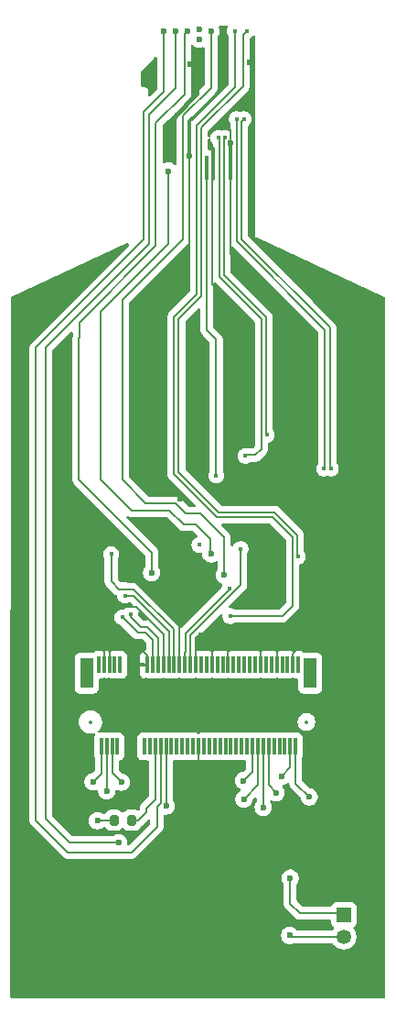
<source format=gbl>
%TF.GenerationSoftware,KiCad,Pcbnew,9.0.2*%
%TF.CreationDate,2025-06-23T16:33:29+08:00*%
%TF.ProjectId,SDEX2M2 MicroSD Express to M.2 NVMe Adapter for Switch 2 WIP,53444558-324d-4322-904d-6963726f5344,rev?*%
%TF.SameCoordinates,Original*%
%TF.FileFunction,Copper,L6,Bot*%
%TF.FilePolarity,Positive*%
%FSLAX46Y46*%
G04 Gerber Fmt 4.6, Leading zero omitted, Abs format (unit mm)*
G04 Created by KiCad (PCBNEW 9.0.2) date 2025-06-23 16:33:29*
%MOMM*%
%LPD*%
G01*
G04 APERTURE LIST*
G04 Aperture macros list*
%AMRoundRect*
0 Rectangle with rounded corners*
0 $1 Rounding radius*
0 $2 $3 $4 $5 $6 $7 $8 $9 X,Y pos of 4 corners*
0 Add a 4 corners polygon primitive as box body*
4,1,4,$2,$3,$4,$5,$6,$7,$8,$9,$2,$3,0*
0 Add four circle primitives for the rounded corners*
1,1,$1+$1,$2,$3*
1,1,$1+$1,$4,$5*
1,1,$1+$1,$6,$7*
1,1,$1+$1,$8,$9*
0 Add four rect primitives between the rounded corners*
20,1,$1+$1,$2,$3,$4,$5,0*
20,1,$1+$1,$4,$5,$6,$7,0*
20,1,$1+$1,$6,$7,$8,$9,0*
20,1,$1+$1,$8,$9,$2,$3,0*%
G04 Aperture macros list end*
%TA.AperFunction,ComponentPad*%
%ADD10R,1.350000X1.350000*%
%TD*%
%TA.AperFunction,ComponentPad*%
%ADD11C,1.350000*%
%TD*%
%TA.AperFunction,SMDPad,CuDef*%
%ADD12RoundRect,0.200000X0.200000X0.275000X-0.200000X0.275000X-0.200000X-0.275000X0.200000X-0.275000X0*%
%TD*%
%TA.AperFunction,SMDPad,CuDef*%
%ADD13R,0.300000X1.550000*%
%TD*%
%TA.AperFunction,SMDPad,CuDef*%
%ADD14R,1.200000X2.750000*%
%TD*%
%TA.AperFunction,ViaPad*%
%ADD15C,0.450000*%
%TD*%
%TA.AperFunction,ViaPad*%
%ADD16C,0.600000*%
%TD*%
%TA.AperFunction,Conductor*%
%ADD17C,0.200000*%
%TD*%
%TA.AperFunction,Conductor*%
%ADD18C,0.300000*%
%TD*%
%TA.AperFunction,Conductor*%
%ADD19C,0.400000*%
%TD*%
%ADD20C,0.300000*%
%ADD21C,0.350000*%
G04 APERTURE END LIST*
D10*
%TO.P,J2,1,Pin_1*%
%TO.N,/CMD*%
X154450000Y-162150000D03*
D11*
%TO.P,J2,2,Pin_2*%
%TO.N,/CLK*%
X154450000Y-164150000D03*
%TD*%
D12*
%TO.P,R1,1*%
%TO.N,Net-(J4-Pad54)*%
X134825000Y-153400000D03*
%TO.P,R1,2*%
%TO.N,/3.3V*%
X133175000Y-153400000D03*
%TD*%
D13*
%TO.P,J4,1,1*%
%TO.N,unconnected-(J4-Pad1)*%
X150250000Y-139050000D03*
%TO.P,J4,2,2*%
%TO.N,/3.3V*%
X150000000Y-146600000D03*
%TO.P,J4,3,3*%
%TO.N,GND*%
X149750000Y-139050000D03*
%TO.P,J4,4,4*%
%TO.N,/3.3V*%
X149500000Y-146600000D03*
%TO.P,J4,5,5*%
%TO.N,unconnected-(J4-Pad5)*%
X149250000Y-139050000D03*
%TO.P,J4,6,6*%
%TO.N,unconnected-(J4-Pad6)*%
X149000000Y-146600000D03*
%TO.P,J4,7,7*%
%TO.N,unconnected-(J4-Pad7)*%
X148750000Y-139050000D03*
%TO.P,J4,8,8*%
%TO.N,unconnected-(J4-Pad8)*%
X148500000Y-146600000D03*
%TO.P,J4,9,9*%
%TO.N,GND*%
X148250000Y-139050000D03*
%TO.P,J4,10,10*%
%TO.N,unconnected-(J4-Pad10)*%
X148000000Y-146600000D03*
%TO.P,J4,11,11*%
%TO.N,unconnected-(J4-Pad11)*%
X147750000Y-139050000D03*
%TO.P,J4,12,12*%
%TO.N,/3.3V*%
X147500000Y-146600000D03*
%TO.P,J4,13,13*%
%TO.N,unconnected-(J4-Pad13)*%
X147250000Y-139050000D03*
%TO.P,J4,14,14*%
%TO.N,/3.3V*%
X147000000Y-146600000D03*
%TO.P,J4,15,15*%
%TO.N,GND*%
X146750000Y-139050000D03*
%TO.P,J4,16,16*%
%TO.N,/3.3V*%
X146500000Y-146600000D03*
%TO.P,J4,17,17*%
%TO.N,unconnected-(J4-Pad17)*%
X146250000Y-139050000D03*
%TO.P,J4,18,18*%
%TO.N,/3.3V*%
X146000000Y-146600000D03*
%TO.P,J4,19,19*%
%TO.N,unconnected-(J4-Pad19)*%
X145750000Y-139050000D03*
%TO.P,J4,20,20*%
%TO.N,unconnected-(J4-Pad20)*%
X145500000Y-146600000D03*
%TO.P,J4,21,21*%
%TO.N,unconnected-(J4-Pad21)*%
X145250000Y-139050000D03*
%TO.P,J4,22,22*%
%TO.N,unconnected-(J4-Pad22)*%
X145000000Y-146600000D03*
%TO.P,J4,23,23*%
%TO.N,unconnected-(J4-Pad23)*%
X144750000Y-139050000D03*
%TO.P,J4,24,24*%
%TO.N,unconnected-(J4-Pad24)*%
X144500000Y-146600000D03*
%TO.P,J4,25,25*%
%TO.N,unconnected-(J4-Pad25)*%
X144250000Y-139050000D03*
%TO.P,J4,26,26*%
%TO.N,unconnected-(J4-Pad26)*%
X144000000Y-146600000D03*
%TO.P,J4,27,27*%
%TO.N,GND*%
X143750000Y-139050000D03*
%TO.P,J4,28,28*%
%TO.N,unconnected-(J4-Pad28)*%
X143500000Y-146600000D03*
%TO.P,J4,29,29*%
%TO.N,unconnected-(J4-Pad29)*%
X143250000Y-139050000D03*
%TO.P,J4,30,30*%
%TO.N,unconnected-(J4-Pad30)*%
X143000000Y-146600000D03*
%TO.P,J4,31,31*%
%TO.N,unconnected-(J4-Pad31)*%
X142750000Y-139050000D03*
%TO.P,J4,32,32*%
%TO.N,unconnected-(J4-Pad32)*%
X142500000Y-146600000D03*
%TO.P,J4,33,33*%
%TO.N,GND*%
X142250000Y-139050000D03*
%TO.P,J4,34,34*%
%TO.N,unconnected-(J4-Pad34)*%
X142000000Y-146600000D03*
%TO.P,J4,35,35*%
%TO.N,unconnected-(J4-Pad35)*%
X141750000Y-139050000D03*
%TO.P,J4,36,36*%
%TO.N,unconnected-(J4-Pad36)*%
X141500000Y-146600000D03*
%TO.P,J4,37,37*%
%TO.N,unconnected-(J4-Pad37)*%
X141250000Y-139050000D03*
%TO.P,J4,38,38*%
%TO.N,GND*%
X141000000Y-146600000D03*
%TO.P,J4,39,39*%
X140750000Y-139050000D03*
%TO.P,J4,40,40*%
%TO.N,unconnected-(J4-Pad40)*%
X140500000Y-146600000D03*
%TO.P,J4,41,41*%
%TO.N,/RX-*%
X140250000Y-139050000D03*
%TO.P,J4,42,42*%
%TO.N,unconnected-(J4-Pad42)*%
X140000000Y-146600000D03*
%TO.P,J4,43,43*%
%TO.N,/RX+*%
X139750000Y-139050000D03*
%TO.P,J4,44,44*%
%TO.N,unconnected-(J4-Pad44)*%
X139500000Y-146600000D03*
%TO.P,J4,45,45*%
%TO.N,GND*%
X139250000Y-139050000D03*
%TO.P,J4,46,46*%
%TO.N,unconnected-(J4-Pad46)*%
X139000000Y-146600000D03*
%TO.P,J4,47,47*%
%TO.N,/TX-*%
X138750000Y-139050000D03*
%TO.P,J4,48,48*%
%TO.N,unconnected-(J4-Pad48)*%
X138500000Y-146600000D03*
%TO.P,J4,49,49*%
%TO.N,/TX+*%
X138250000Y-139050000D03*
%TO.P,J4,50,50*%
%TO.N,/PERST*%
X138000000Y-146600000D03*
%TO.P,J4,51,51*%
%TO.N,GND*%
X137750000Y-139050000D03*
%TO.P,J4,52,52*%
%TO.N,/CLKREQ*%
X137500000Y-146600000D03*
%TO.P,J4,53,53*%
%TO.N,/REFCLK-*%
X137250000Y-139050000D03*
%TO.P,J4,54,54*%
%TO.N,Net-(J4-Pad54)*%
X137000000Y-146600000D03*
%TO.P,J4,55,55*%
%TO.N,/REFCLK+*%
X136750000Y-139050000D03*
%TO.P,J4,56,56*%
%TO.N,unconnected-(J4-Pad56)*%
X136500000Y-146600000D03*
%TO.P,J4,57,57*%
%TO.N,GND*%
X136250000Y-139050000D03*
%TO.P,J4,58,58*%
%TO.N,unconnected-(J4-Pad58)*%
X136000000Y-146600000D03*
%TO.P,J4,67,67*%
%TO.N,unconnected-(J4-Pad67)*%
X133750000Y-139050000D03*
%TO.P,J4,68,68*%
%TO.N,unconnected-(J4-Pad68)*%
X133500000Y-146600000D03*
%TO.P,J4,69,69*%
%TO.N,unconnected-(J4-Pad69)*%
X133250000Y-139050000D03*
%TO.P,J4,70,70*%
%TO.N,/3.3V*%
X133000000Y-146600000D03*
%TO.P,J4,71,71*%
%TO.N,GND*%
X132750000Y-139050000D03*
%TO.P,J4,72,72*%
%TO.N,/3.3V*%
X132500000Y-146600000D03*
%TO.P,J4,73,73*%
%TO.N,GND*%
X132250000Y-139050000D03*
%TO.P,J4,74,74*%
%TO.N,/3.3V*%
X132000000Y-146600000D03*
%TO.P,J4,75,75*%
%TO.N,unconnected-(J4-Pad75)*%
X131750000Y-139050000D03*
D14*
%TO.P,J4,SH1*%
%TO.N,N/C*%
X151350000Y-139825000D03*
%TO.P,J4,SH2*%
X130650000Y-139825000D03*
%TD*%
D15*
%TO.N,/TX+*%
X145330000Y-119750000D03*
X142833400Y-90380000D03*
X134200000Y-132650000D03*
%TO.N,/TX-*%
X132914892Y-128811727D03*
X143486600Y-90380000D03*
X147340446Y-117819545D03*
%TO.N,/RX+*%
X145203200Y-88640000D03*
X153270000Y-120920000D03*
X143875000Y-131975000D03*
D16*
%TO.N,GND*%
X151750000Y-129300000D03*
X148600000Y-136000000D03*
X136810000Y-83960000D03*
X138460000Y-90810000D03*
D15*
X142100000Y-91120000D03*
D16*
X140270000Y-83555000D03*
X132850000Y-126600000D03*
D15*
X145940000Y-89430000D03*
X143460000Y-88590000D03*
D16*
X131150000Y-136000000D03*
X136110000Y-85060000D03*
X139300000Y-123730000D03*
D15*
X145810000Y-86960000D03*
D16*
X146690000Y-128110000D03*
X156000000Y-123630000D03*
X143000000Y-83405000D03*
X143950000Y-123760000D03*
X144002007Y-90853667D03*
X141250000Y-136350000D03*
X143260000Y-80360000D03*
X149960000Y-123650000D03*
X131300000Y-134400000D03*
X145600000Y-135750000D03*
X141000000Y-149400000D03*
X142500000Y-135850000D03*
X152100000Y-135700000D03*
X147830000Y-128110000D03*
X140020000Y-127950000D03*
X137930000Y-127980000D03*
X145730000Y-83405000D03*
X133550000Y-136250000D03*
X138980000Y-127960000D03*
X134900000Y-128450000D03*
D15*
X145970000Y-91900000D03*
D16*
X140150000Y-92050000D03*
D15*
%TO.N,/RX-*%
X144900000Y-128350000D03*
X144550000Y-88640000D03*
X152616800Y-120920000D03*
%TO.N,/REFCLK+*%
X143950000Y-134550000D03*
X133950000Y-134650000D03*
X144360000Y-80510000D03*
%TO.N,/REFCLK-*%
X150200000Y-129050000D03*
X145460000Y-80510000D03*
X134700000Y-134350000D03*
D16*
%TO.N,/PERST*%
X138000000Y-152100000D03*
X138860000Y-80510000D03*
X133600000Y-155500000D03*
%TO.N,/CLKREQ*%
X137760000Y-80510000D03*
%TO.N,/CMD*%
X149500000Y-158750000D03*
X139960000Y-80510000D03*
X136670000Y-130540000D03*
%TO.N,/CLK*%
X142160000Y-80510000D03*
X143400000Y-130750000D03*
X149450000Y-164050000D03*
%TO.N,/3.3V*%
X133850000Y-149900000D03*
X145150000Y-149750000D03*
X131650000Y-153450000D03*
X151250000Y-151250000D03*
X141060000Y-81260000D03*
X145200000Y-151450000D03*
X141060000Y-80360000D03*
X142150000Y-128800000D03*
X132500000Y-150700000D03*
X138210000Y-93440000D03*
X148200000Y-150850000D03*
X131250000Y-149850000D03*
X148725000Y-149325000D03*
X147000000Y-152200000D03*
D15*
%TO.N,unconnected-(J1-1V8-Pad9)*%
X141785000Y-92190000D03*
X141080000Y-127970000D03*
X142650000Y-121560000D03*
%TD*%
D17*
%TO.N,/TX+*%
X146288521Y-119680000D02*
X146820000Y-119148521D01*
X145400000Y-119680000D02*
X146288521Y-119680000D01*
X146820000Y-107138198D02*
X142932384Y-103250582D01*
X146820000Y-119148521D02*
X146820000Y-107138198D01*
X142932384Y-103250582D02*
X142932384Y-90478984D01*
X142932384Y-90478984D02*
X142833400Y-90380000D01*
X145330000Y-119750000D02*
X145400000Y-119680000D01*
X134981802Y-132650000D02*
X138275000Y-135943198D01*
X138275000Y-137862499D02*
X138250000Y-137887499D01*
X134200000Y-132650000D02*
X134981802Y-132650000D01*
X138250000Y-137887499D02*
X138250000Y-139050000D01*
X138275000Y-135943198D02*
X138275000Y-137862499D01*
%TO.N,/TX-*%
X138750000Y-139050000D02*
X138750000Y-137887499D01*
X147260000Y-117739099D02*
X147340446Y-117819545D01*
X143387616Y-103069418D02*
X147199554Y-106881356D01*
X133600000Y-132050000D02*
X132920000Y-131370000D01*
X138725000Y-137862499D02*
X138725000Y-135756802D01*
X143486600Y-90380000D02*
X143387616Y-90478984D01*
X147340446Y-117819545D02*
X147340446Y-117891447D01*
X138725000Y-135756802D02*
X135018198Y-132050000D01*
X143387616Y-90478984D02*
X143387616Y-103069418D01*
X135018198Y-132050000D02*
X133600000Y-132050000D01*
X147199554Y-106881356D02*
X147260000Y-106941802D01*
X147260000Y-106941802D02*
X147260000Y-117739099D01*
X132920000Y-128816835D02*
X132914892Y-128811727D01*
X138750000Y-137887499D02*
X138725000Y-137862499D01*
X132920000Y-131370000D02*
X132920000Y-128816835D01*
%TO.N,/RX+*%
X139775000Y-136156802D02*
X139775000Y-137862499D01*
X139775000Y-137862499D02*
X139750000Y-137887499D01*
X145051000Y-88847521D02*
X145000001Y-88898520D01*
X145000001Y-88898520D02*
X145000001Y-99731803D01*
X139750000Y-137887499D02*
X139750000Y-139050000D01*
X145000001Y-99731803D02*
X153168401Y-107900203D01*
X153168401Y-120818401D02*
X153270000Y-120920000D01*
X145203200Y-88640000D02*
X145051000Y-88792200D01*
X143875000Y-132056802D02*
X139775000Y-136156802D01*
X145051000Y-88792200D02*
X145051000Y-88847521D01*
X153168401Y-107900203D02*
X153168401Y-120818401D01*
X143875000Y-131975000D02*
X143875000Y-132056802D01*
%TO.N,GND*%
X143990000Y-89680000D02*
X143250000Y-88940000D01*
X143950000Y-105550000D02*
X143950000Y-123740000D01*
X149950000Y-107050000D02*
X149950000Y-123640000D01*
X132850000Y-126600000D02*
X131750000Y-127700000D01*
X146750000Y-136450000D02*
X146750000Y-139050000D01*
X148600000Y-136000000D02*
X147200000Y-136000000D01*
X143370000Y-88590000D02*
X143460000Y-88590000D01*
X142335000Y-94185000D02*
X142310000Y-94210000D01*
X133900000Y-133700000D02*
X135250000Y-133700000D01*
X131300000Y-134400000D02*
X132750000Y-135850000D01*
X141000000Y-146600000D02*
X141000000Y-149400000D01*
X140150000Y-101300000D02*
X140150000Y-92050000D01*
X144002007Y-90853667D02*
X143990000Y-90841660D01*
X151750000Y-129300000D02*
X151750000Y-134300000D01*
X146670000Y-128130000D02*
X146690000Y-128110000D01*
X146670000Y-130540000D02*
X146670000Y-128130000D01*
X143750000Y-136600000D02*
X143750000Y-139050000D01*
X134900000Y-128450000D02*
X134150000Y-129200000D01*
X143990000Y-90841660D02*
X143990000Y-89680000D01*
D18*
X142335000Y-94185000D02*
X142335000Y-91355000D01*
D17*
X134150000Y-129200000D02*
X134150000Y-131100000D01*
X140750000Y-136600000D02*
X140750000Y-139050000D01*
D18*
X143985000Y-94185000D02*
X143985000Y-92285000D01*
D17*
X143985000Y-101085000D02*
X149950000Y-107050000D01*
X132250000Y-137100000D02*
X131150000Y-136000000D01*
X143250000Y-88800000D02*
X143460000Y-88590000D01*
X135250000Y-133700000D02*
X137750000Y-136200000D01*
X143250000Y-88940000D02*
X143250000Y-88800000D01*
X138970000Y-127970000D02*
X138980000Y-127960000D01*
D18*
X143985000Y-92285000D02*
X143990000Y-92280000D01*
D17*
X135950000Y-105500000D02*
X140150000Y-101300000D01*
X141250000Y-136350000D02*
X141000000Y-136350000D01*
X156670000Y-137980000D02*
X156680000Y-137970000D01*
X151750000Y-134300000D02*
X148250000Y-137800000D01*
X134650000Y-136600000D02*
X136250000Y-138200000D01*
X143330000Y-88630000D02*
X143370000Y-88590000D01*
D19*
X140840000Y-83860000D02*
X140840000Y-86320000D01*
X140840000Y-86320000D02*
X138780000Y-88380000D01*
D17*
X133900000Y-136600000D02*
X134650000Y-136600000D01*
D18*
X143990000Y-90865674D02*
X144002007Y-90853667D01*
D17*
X133550000Y-136250000D02*
X133900000Y-136600000D01*
D18*
X140150000Y-88860000D02*
X140400000Y-88610000D01*
D17*
X139250000Y-135500000D02*
X139250000Y-139050000D01*
D18*
X142335000Y-91355000D02*
X142100000Y-91120000D01*
D17*
X139300000Y-123730000D02*
X135950000Y-120380000D01*
X135950000Y-120380000D02*
X135950000Y-105500000D01*
X137750000Y-136200000D02*
X137750000Y-139050000D01*
X147870000Y-128150000D02*
X147830000Y-128110000D01*
X144600000Y-135750000D02*
X143750000Y-136600000D01*
X142310000Y-94210000D02*
X142310000Y-103910000D01*
X141000000Y-136350000D02*
X140750000Y-136600000D01*
D18*
X143990000Y-92280000D02*
X143990000Y-90865674D01*
D17*
X145600000Y-135750000D02*
X144600000Y-135750000D01*
D19*
X140270000Y-83555000D02*
X140535000Y-83555000D01*
D17*
X138970000Y-130540000D02*
X138970000Y-127970000D01*
X145710000Y-99510000D02*
X145710000Y-92100000D01*
D19*
X140535000Y-83555000D02*
X140840000Y-83860000D01*
D17*
X142310000Y-103910000D02*
X143950000Y-105550000D01*
X136250000Y-138200000D02*
X136250000Y-139050000D01*
X156000000Y-123630000D02*
X156000000Y-109800000D01*
D18*
X140135000Y-92065000D02*
X140150000Y-92050000D01*
D17*
X149950000Y-123640000D02*
X149960000Y-123650000D01*
X137920000Y-130540000D02*
X137920000Y-127990000D01*
X142250000Y-136100000D02*
X142250000Y-139050000D01*
X135200000Y-131450000D02*
X139250000Y-135500000D01*
X131750000Y-131550000D02*
X133900000Y-133700000D01*
X152100000Y-135700000D02*
X149750000Y-138050000D01*
X142500000Y-135850000D02*
X142250000Y-136100000D01*
X134500000Y-131450000D02*
X135200000Y-131450000D01*
X149750000Y-138050000D02*
X149750000Y-139050000D01*
X147200000Y-136000000D02*
X146750000Y-136450000D01*
X143985000Y-94185000D02*
X143985000Y-101085000D01*
X147870000Y-130540000D02*
X147870000Y-128150000D01*
X145910000Y-91900000D02*
X145970000Y-91900000D01*
X131750000Y-127700000D02*
X131750000Y-131550000D01*
D18*
X140150000Y-92050000D02*
X140150000Y-88860000D01*
D17*
X140020000Y-130540000D02*
X140020000Y-127950000D01*
X156000000Y-109800000D02*
X145710000Y-99510000D01*
X134150000Y-131100000D02*
X134500000Y-131450000D01*
X132750000Y-135850000D02*
X132750000Y-139050000D01*
X156660000Y-149280000D02*
X156690000Y-149250000D01*
X148250000Y-137800000D02*
X148250000Y-139050000D01*
X137920000Y-127990000D02*
X137930000Y-127980000D01*
X132250000Y-139050000D02*
X132250000Y-137100000D01*
D19*
X138780000Y-88380000D02*
X138780000Y-88502190D01*
X143000000Y-83405000D02*
X143000000Y-85340000D01*
D17*
%TO.N,/RX-*%
X140225000Y-136343198D02*
X140225000Y-137862499D01*
X144550000Y-91084906D02*
X144550000Y-99918198D01*
X144553007Y-90625435D02*
X144553007Y-91081899D01*
X144900000Y-131668198D02*
X140225000Y-136343198D01*
X144550000Y-88640000D02*
X144550000Y-90622428D01*
X140250000Y-137887499D02*
X140250000Y-139050000D01*
X152724999Y-120811801D02*
X152616800Y-120920000D01*
X140225000Y-137862499D02*
X140250000Y-137887499D01*
X144900000Y-128350000D02*
X144900000Y-131668198D01*
X144550000Y-99918198D02*
X152724999Y-108093197D01*
X144553007Y-91081899D02*
X144550000Y-91084906D01*
X152724999Y-108093197D02*
X152724999Y-120811801D01*
X144550000Y-90622428D02*
X144553007Y-90625435D01*
%TO.N,/REFCLK+*%
X149720000Y-128821479D02*
X149720000Y-127248198D01*
X136750000Y-136750000D02*
X136750000Y-139050000D01*
X140825000Y-104806802D02*
X140825000Y-89256802D01*
X149720000Y-133580000D02*
X149720000Y-129278521D01*
X133950000Y-134650000D02*
X135400000Y-136100000D01*
X140825000Y-89256802D02*
X144360000Y-85721802D01*
X135400000Y-136100000D02*
X136100000Y-136100000D01*
X142706802Y-125405000D02*
X138724999Y-121423197D01*
X138724999Y-106906803D02*
X140825000Y-104806802D01*
X149720000Y-127248198D02*
X147876802Y-125405000D01*
X149699000Y-128842479D02*
X149720000Y-128821479D01*
X149720000Y-129278521D02*
X149699000Y-129257521D01*
X144360000Y-85721802D02*
X144360000Y-80510000D01*
X143950000Y-134550000D02*
X148750000Y-134550000D01*
X149699000Y-129257521D02*
X149699000Y-128842479D01*
X148750000Y-134550000D02*
X149720000Y-133580000D01*
X138724999Y-121423197D02*
X138724999Y-106906803D01*
X136100000Y-136100000D02*
X136750000Y-136750000D01*
X147876802Y-125405000D02*
X142706802Y-125405000D01*
%TO.N,/REFCLK-*%
X148063198Y-124955000D02*
X150170000Y-127061802D01*
X134700000Y-134350000D02*
X134700000Y-134650000D01*
X135650000Y-135600000D02*
X136300000Y-135600000D01*
X145460000Y-80510000D02*
X145135001Y-80834999D01*
X139175001Y-121236803D02*
X142893198Y-124955000D01*
X137250000Y-136550000D02*
X137250000Y-139050000D01*
X145135001Y-80834999D02*
X145135001Y-85583197D01*
X141275000Y-104993198D02*
X139175001Y-107093197D01*
X136300000Y-135600000D02*
X137250000Y-136550000D01*
X150170000Y-127061802D02*
X150170000Y-129020000D01*
X141275000Y-89443198D02*
X141275000Y-104993198D01*
X145135001Y-85583197D02*
X141275000Y-89443198D01*
X142893198Y-124955000D02*
X148063198Y-124955000D01*
X139175001Y-107093197D02*
X139175001Y-121236803D01*
X134700000Y-134650000D02*
X135650000Y-135600000D01*
X150170000Y-129020000D02*
X150200000Y-129050000D01*
%TO.N,/PERST*%
X133600000Y-155500000D02*
X129100000Y-155500000D01*
X138000000Y-152100000D02*
X138000000Y-146600000D01*
X136460000Y-100160000D02*
X136460000Y-88210000D01*
X126850000Y-153250000D02*
X126850000Y-109770000D01*
X129100000Y-155500000D02*
X126850000Y-153250000D01*
X126850000Y-109770000D02*
X136460000Y-100160000D01*
X138860000Y-85810000D02*
X138860000Y-80510000D01*
X136460000Y-88210000D02*
X138860000Y-85810000D01*
%TO.N,/CLKREQ*%
X125950000Y-109770000D02*
X125950000Y-153400000D01*
X137500000Y-151820768D02*
X137500000Y-146600000D01*
X134800000Y-156350000D02*
X137150000Y-154000000D01*
X125950000Y-153400000D02*
X128900000Y-156350000D01*
X137150000Y-152170768D02*
X137500000Y-151820768D01*
X137760000Y-86150000D02*
X135960000Y-87950000D01*
X137760000Y-80510000D02*
X137760000Y-86150000D01*
X135960000Y-87950000D02*
X135960000Y-99760000D01*
X137150000Y-154000000D02*
X137150000Y-152170768D01*
X128900000Y-156350000D02*
X134800000Y-156350000D01*
X135960000Y-99760000D02*
X125950000Y-109770000D01*
%TO.N,/CMD*%
X154300000Y-162000000D02*
X154450000Y-162150000D01*
X137060000Y-88990000D02*
X139690000Y-86360000D01*
X129950000Y-121950000D02*
X129950000Y-108850000D01*
X136670000Y-130540000D02*
X136670000Y-128670000D01*
X149500000Y-158750000D02*
X149500000Y-161100000D01*
X139690000Y-80780000D02*
X139960000Y-80510000D01*
X129960000Y-108840000D02*
X129960000Y-107460000D01*
X129950000Y-108850000D02*
X129960000Y-108840000D01*
X129960000Y-107460000D02*
X137060000Y-100360000D01*
X149500000Y-161100000D02*
X150400000Y-162000000D01*
X136670000Y-128670000D02*
X129950000Y-121950000D01*
X139690000Y-86360000D02*
X139690000Y-80780000D01*
X137060000Y-100360000D02*
X137060000Y-88990000D01*
X150400000Y-162000000D02*
X154300000Y-162000000D01*
%TO.N,/CLK*%
X149550000Y-164150000D02*
X154350000Y-164150000D01*
X139850768Y-125060000D02*
X138891768Y-124101000D01*
X143400000Y-130750000D02*
X143400000Y-127290000D01*
X142160000Y-85760000D02*
X142160000Y-80510000D01*
X133950000Y-121950000D02*
X133950000Y-105350000D01*
X154350000Y-164150000D02*
X154500000Y-164000000D01*
X141170000Y-125060000D02*
X139850768Y-125060000D01*
X133950000Y-105350000D02*
X139585000Y-99715000D01*
X138891768Y-124101000D02*
X136101000Y-124101000D01*
X139585000Y-99715000D02*
X139585000Y-88335000D01*
X139585000Y-88335000D02*
X142160000Y-85760000D01*
X136101000Y-124101000D02*
X133950000Y-121950000D01*
X143400000Y-127290000D02*
X141170000Y-125060000D01*
X149450000Y-164050000D02*
X149550000Y-164150000D01*
%TO.N,/3.3V*%
X133000000Y-146600000D02*
X133000000Y-149050000D01*
X149500000Y-148550000D02*
X149500000Y-146600000D01*
X132500000Y-150700000D02*
X132500000Y-146600000D01*
X150000000Y-150000000D02*
X150000000Y-146600000D01*
X131700000Y-153400000D02*
X131650000Y-153450000D01*
X146500000Y-150150000D02*
X145200000Y-151450000D01*
X139620000Y-126080000D02*
X138320000Y-124780000D01*
X133000000Y-149050000D02*
X133850000Y-149900000D01*
X146000000Y-146600000D02*
X146000000Y-148900000D01*
X146500000Y-146600000D02*
X146500000Y-150150000D01*
X147500000Y-150150000D02*
X147500000Y-146600000D01*
X142120000Y-128770000D02*
X142120000Y-127450000D01*
X132000000Y-146600000D02*
X132000000Y-149100000D01*
X131950000Y-106420000D02*
X138210000Y-100160000D01*
X140750000Y-126080000D02*
X139620000Y-126080000D01*
X138320000Y-124780000D02*
X134780000Y-124780000D01*
X131950000Y-121950000D02*
X131950000Y-106420000D01*
X142120000Y-127450000D02*
X140750000Y-126080000D01*
X134780000Y-124780000D02*
X131950000Y-121950000D01*
X146000000Y-148900000D02*
X145150000Y-149750000D01*
X138210000Y-100160000D02*
X138210000Y-93440000D01*
X151250000Y-151250000D02*
X150000000Y-150000000D01*
X148200000Y-150850000D02*
X147500000Y-150150000D01*
X133175000Y-153400000D02*
X131700000Y-153400000D01*
X147000000Y-152200000D02*
X147000000Y-146600000D01*
X148725000Y-149325000D02*
X149500000Y-148550000D01*
X142150000Y-128800000D02*
X142120000Y-128770000D01*
X132000000Y-149100000D02*
X131250000Y-149850000D01*
%TO.N,unconnected-(J1-1V8-Pad9)*%
X142650000Y-109000000D02*
X141785000Y-108135000D01*
D18*
X141785000Y-92190000D02*
X141785000Y-94185000D01*
D17*
X141070000Y-127980000D02*
X141080000Y-127970000D01*
X142650000Y-121560000D02*
X142650000Y-109000000D01*
X141785000Y-108135000D02*
X141785000Y-94185000D01*
%TO.N,Net-(J4-Pad54)*%
X135450000Y-153400000D02*
X136150000Y-152700000D01*
X137000000Y-151450000D02*
X137000000Y-146600000D01*
X134825000Y-153400000D02*
X135450000Y-153400000D01*
X136150000Y-152300000D02*
X137000000Y-151450000D01*
X136150000Y-152700000D02*
X136150000Y-152300000D01*
%TD*%
%TA.AperFunction,Conductor*%
%TO.N,GND*%
G36*
X146218361Y-80935851D02*
G01*
X146255081Y-80995294D01*
X146259500Y-81028101D01*
X146259500Y-99409785D01*
X146259410Y-99414511D01*
X146258125Y-99448194D01*
X146259109Y-99454368D01*
X146259110Y-99454370D01*
X146259253Y-99455271D01*
X146259500Y-99455867D01*
X146272405Y-99487024D01*
X146274115Y-99491387D01*
X146285815Y-99522993D01*
X146289074Y-99528298D01*
X146289569Y-99529104D01*
X146313833Y-99553368D01*
X146317112Y-99556774D01*
X146340027Y-99581507D01*
X146340029Y-99581507D01*
X146345083Y-99585171D01*
X146345084Y-99585172D01*
X146345836Y-99585717D01*
X146377546Y-99598851D01*
X146381879Y-99600743D01*
X158227288Y-105045316D01*
X158279979Y-105091198D01*
X158299500Y-105157983D01*
X158299500Y-169745500D01*
X158279815Y-169812539D01*
X158227011Y-169858294D01*
X158175500Y-169869500D01*
X123724512Y-169869500D01*
X123657473Y-169849815D01*
X123611718Y-169797011D01*
X123600512Y-169745495D01*
X123600735Y-163971153D01*
X148649500Y-163971153D01*
X148649500Y-164128846D01*
X148680261Y-164283489D01*
X148680264Y-164283501D01*
X148740602Y-164429172D01*
X148740609Y-164429185D01*
X148828210Y-164560288D01*
X148828213Y-164560292D01*
X148939707Y-164671786D01*
X148939711Y-164671789D01*
X149070814Y-164759390D01*
X149070827Y-164759397D01*
X149172752Y-164801615D01*
X149216503Y-164819737D01*
X149371153Y-164850499D01*
X149371156Y-164850500D01*
X149371158Y-164850500D01*
X149528844Y-164850500D01*
X149528845Y-164850499D01*
X149683497Y-164819737D01*
X149758963Y-164788478D01*
X149827864Y-164759939D01*
X149875316Y-164750500D01*
X153370110Y-164750500D01*
X153437149Y-164770185D01*
X153470428Y-164801615D01*
X153483594Y-164819737D01*
X153553379Y-164915787D01*
X153684213Y-165046621D01*
X153833904Y-165155378D01*
X153914763Y-165196577D01*
X153998764Y-165239379D01*
X153998767Y-165239380D01*
X154086750Y-165267967D01*
X154174736Y-165296555D01*
X154357486Y-165325500D01*
X154357487Y-165325500D01*
X154542513Y-165325500D01*
X154542514Y-165325500D01*
X154725264Y-165296555D01*
X154901235Y-165239379D01*
X155066096Y-165155378D01*
X155215787Y-165046621D01*
X155346621Y-164915787D01*
X155455378Y-164766096D01*
X155539379Y-164601235D01*
X155596555Y-164425264D01*
X155625500Y-164242514D01*
X155625500Y-164057486D01*
X155596555Y-163874736D01*
X155539379Y-163698765D01*
X155539379Y-163698764D01*
X155496577Y-163614763D01*
X155455378Y-163533904D01*
X155371453Y-163418391D01*
X155347974Y-163352586D01*
X155363799Y-163284532D01*
X155397459Y-163246241D01*
X155482546Y-163182546D01*
X155568796Y-163067331D01*
X155619091Y-162932483D01*
X155625500Y-162872873D01*
X155625499Y-161427128D01*
X155619091Y-161367517D01*
X155613297Y-161351983D01*
X155568797Y-161232671D01*
X155568793Y-161232664D01*
X155482547Y-161117455D01*
X155482544Y-161117452D01*
X155367335Y-161031206D01*
X155367328Y-161031202D01*
X155232482Y-160980908D01*
X155232483Y-160980908D01*
X155172883Y-160974501D01*
X155172881Y-160974500D01*
X155172873Y-160974500D01*
X155172864Y-160974500D01*
X153727129Y-160974500D01*
X153727123Y-160974501D01*
X153667516Y-160980908D01*
X153532671Y-161031202D01*
X153532664Y-161031206D01*
X153417455Y-161117452D01*
X153417452Y-161117455D01*
X153331206Y-161232664D01*
X153331203Y-161232669D01*
X153299066Y-161318834D01*
X153257194Y-161374767D01*
X153191730Y-161399184D01*
X153182884Y-161399500D01*
X150700097Y-161399500D01*
X150633058Y-161379815D01*
X150612416Y-161363181D01*
X150136819Y-160887584D01*
X150103334Y-160826261D01*
X150100500Y-160799903D01*
X150100500Y-159329765D01*
X150120185Y-159262726D01*
X150121398Y-159260874D01*
X150209390Y-159129185D01*
X150209390Y-159129184D01*
X150209394Y-159129179D01*
X150269737Y-158983497D01*
X150300500Y-158828842D01*
X150300500Y-158671158D01*
X150300500Y-158671155D01*
X150300499Y-158671153D01*
X150269738Y-158516510D01*
X150269737Y-158516503D01*
X150269735Y-158516498D01*
X150209397Y-158370827D01*
X150209390Y-158370814D01*
X150121789Y-158239711D01*
X150121786Y-158239707D01*
X150010292Y-158128213D01*
X150010288Y-158128210D01*
X149879185Y-158040609D01*
X149879172Y-158040602D01*
X149733501Y-157980264D01*
X149733489Y-157980261D01*
X149578845Y-157949500D01*
X149578842Y-157949500D01*
X149421158Y-157949500D01*
X149421155Y-157949500D01*
X149266510Y-157980261D01*
X149266498Y-157980264D01*
X149120827Y-158040602D01*
X149120814Y-158040609D01*
X148989711Y-158128210D01*
X148989707Y-158128213D01*
X148878213Y-158239707D01*
X148878210Y-158239711D01*
X148790609Y-158370814D01*
X148790602Y-158370827D01*
X148730264Y-158516498D01*
X148730261Y-158516510D01*
X148699500Y-158671153D01*
X148699500Y-158828846D01*
X148730261Y-158983489D01*
X148730264Y-158983501D01*
X148790602Y-159129172D01*
X148790609Y-159129185D01*
X148878602Y-159260874D01*
X148899480Y-159327551D01*
X148899500Y-159329765D01*
X148899500Y-161013330D01*
X148899499Y-161013348D01*
X148899499Y-161179054D01*
X148899498Y-161179054D01*
X148940423Y-161331786D01*
X148952085Y-161351983D01*
X148952086Y-161351988D01*
X148952087Y-161351988D01*
X149019475Y-161468709D01*
X149019481Y-161468717D01*
X149138349Y-161587585D01*
X149138355Y-161587590D01*
X149915139Y-162364374D01*
X149915149Y-162364385D01*
X149919479Y-162368715D01*
X149919480Y-162368716D01*
X150031284Y-162480520D01*
X150097442Y-162518716D01*
X150168215Y-162559577D01*
X150320942Y-162600500D01*
X150320943Y-162600500D01*
X153150501Y-162600500D01*
X153217540Y-162620185D01*
X153263295Y-162672989D01*
X153274501Y-162724500D01*
X153274501Y-162872876D01*
X153280908Y-162932483D01*
X153331202Y-163067328D01*
X153331206Y-163067335D01*
X153417452Y-163182544D01*
X153417453Y-163182544D01*
X153417454Y-163182546D01*
X153468740Y-163220939D01*
X153502539Y-163246241D01*
X153507429Y-163252774D01*
X153514646Y-163256582D01*
X153528060Y-163280334D01*
X153544409Y-163302175D01*
X153544991Y-163310314D01*
X153549004Y-163317420D01*
X153547446Y-163344655D01*
X153549393Y-163371867D01*
X153545379Y-163380824D01*
X153545016Y-163387176D01*
X153528546Y-163418391D01*
X153470429Y-163498384D01*
X153415099Y-163541051D01*
X153370110Y-163549500D01*
X150132940Y-163549500D01*
X150065901Y-163529815D01*
X150045263Y-163513185D01*
X149960289Y-163428211D01*
X149960288Y-163428210D01*
X149960287Y-163428209D01*
X149829185Y-163340609D01*
X149829172Y-163340602D01*
X149683501Y-163280264D01*
X149683489Y-163280261D01*
X149528845Y-163249500D01*
X149528842Y-163249500D01*
X149371158Y-163249500D01*
X149371155Y-163249500D01*
X149216510Y-163280261D01*
X149216498Y-163280264D01*
X149070827Y-163340602D01*
X149070814Y-163340609D01*
X148939711Y-163428210D01*
X148939707Y-163428213D01*
X148828213Y-163539707D01*
X148828210Y-163539711D01*
X148740609Y-163670814D01*
X148740602Y-163670827D01*
X148680264Y-163816498D01*
X148680261Y-163816510D01*
X148649500Y-163971153D01*
X123600735Y-163971153D01*
X123600735Y-163965061D01*
X123600762Y-163256582D01*
X123603005Y-105158104D01*
X123622692Y-105091070D01*
X123675277Y-105045418D01*
X134414566Y-100116415D01*
X134483702Y-100106342D01*
X134547313Y-100135247D01*
X134585198Y-100193954D01*
X134585330Y-100263823D01*
X134553968Y-100316794D01*
X125581286Y-109289478D01*
X125469481Y-109401282D01*
X125469479Y-109401285D01*
X125419361Y-109488094D01*
X125419359Y-109488096D01*
X125390425Y-109538209D01*
X125390424Y-109538210D01*
X125390423Y-109538215D01*
X125349499Y-109690943D01*
X125349499Y-109690945D01*
X125349499Y-109859046D01*
X125349500Y-109859059D01*
X125349500Y-153313330D01*
X125349499Y-153313348D01*
X125349499Y-153479054D01*
X125349498Y-153479054D01*
X125349499Y-153479057D01*
X125390423Y-153631785D01*
X125419291Y-153681785D01*
X125463588Y-153758511D01*
X125469479Y-153768714D01*
X125469481Y-153768717D01*
X125588349Y-153887585D01*
X125588355Y-153887590D01*
X128415139Y-156714374D01*
X128415149Y-156714385D01*
X128419479Y-156718715D01*
X128419480Y-156718716D01*
X128531284Y-156830520D01*
X128618095Y-156880639D01*
X128618097Y-156880641D01*
X128656151Y-156902611D01*
X128668215Y-156909577D01*
X128820943Y-156950501D01*
X128820946Y-156950501D01*
X128986653Y-156950501D01*
X128986669Y-156950500D01*
X134713331Y-156950500D01*
X134713347Y-156950501D01*
X134720943Y-156950501D01*
X134879054Y-156950501D01*
X134879057Y-156950501D01*
X135031785Y-156909577D01*
X135081904Y-156880639D01*
X135168716Y-156830520D01*
X135280520Y-156718716D01*
X135280520Y-156718714D01*
X135290728Y-156708507D01*
X135290730Y-156708504D01*
X137518713Y-154480521D01*
X137518716Y-154480520D01*
X137630520Y-154368716D01*
X137680639Y-154281904D01*
X137709577Y-154231785D01*
X137750501Y-154079057D01*
X137750501Y-153920943D01*
X137750501Y-153913348D01*
X137750500Y-153913330D01*
X137750500Y-153017648D01*
X137770185Y-152950609D01*
X137822989Y-152904854D01*
X137892147Y-152894910D01*
X137898672Y-152896027D01*
X137921158Y-152900500D01*
X138078844Y-152900500D01*
X138078845Y-152900499D01*
X138233497Y-152869737D01*
X138379179Y-152809394D01*
X138510289Y-152721789D01*
X138621789Y-152610289D01*
X138709394Y-152479179D01*
X138769737Y-152333497D01*
X138800500Y-152178842D01*
X138800500Y-152021158D01*
X138800500Y-152021155D01*
X138800499Y-152021153D01*
X138770788Y-151871789D01*
X138769737Y-151866503D01*
X138769735Y-151866498D01*
X138709397Y-151720827D01*
X138709390Y-151720814D01*
X138621398Y-151589125D01*
X138600520Y-151522447D01*
X138600500Y-151520234D01*
X138600500Y-147997351D01*
X138601146Y-147995149D01*
X138600579Y-147992927D01*
X138610942Y-147961787D01*
X138620185Y-147930312D01*
X138621918Y-147928810D01*
X138622643Y-147926632D01*
X138648201Y-147906035D01*
X138672989Y-147884557D01*
X138675817Y-147883781D01*
X138677046Y-147882791D01*
X138711243Y-147874062D01*
X138736744Y-147871320D01*
X138763252Y-147871320D01*
X138802127Y-147875500D01*
X139197872Y-147875499D01*
X139197873Y-147875498D01*
X139197885Y-147875498D01*
X139236744Y-147871320D01*
X139263252Y-147871320D01*
X139302127Y-147875500D01*
X139697872Y-147875499D01*
X139697873Y-147875498D01*
X139697885Y-147875498D01*
X139736744Y-147871320D01*
X139763252Y-147871320D01*
X139802127Y-147875500D01*
X140197872Y-147875499D01*
X140197873Y-147875498D01*
X140197885Y-147875498D01*
X140236744Y-147871320D01*
X140263252Y-147871320D01*
X140302127Y-147875500D01*
X140697872Y-147875499D01*
X140757483Y-147869091D01*
X140892331Y-147818796D01*
X140925689Y-147793823D01*
X140991152Y-147769406D01*
X141059425Y-147784257D01*
X141074305Y-147793820D01*
X141100312Y-147813289D01*
X141136108Y-147861108D01*
X141150000Y-147875000D01*
X141197819Y-147875000D01*
X141197833Y-147874999D01*
X141234395Y-147871068D01*
X141260905Y-147871068D01*
X141302127Y-147875500D01*
X141697872Y-147875499D01*
X141697873Y-147875498D01*
X141697885Y-147875498D01*
X141736744Y-147871320D01*
X141763252Y-147871320D01*
X141802127Y-147875500D01*
X142197872Y-147875499D01*
X142197873Y-147875498D01*
X142197885Y-147875498D01*
X142236744Y-147871320D01*
X142263252Y-147871320D01*
X142302127Y-147875500D01*
X142697872Y-147875499D01*
X142697873Y-147875498D01*
X142697885Y-147875498D01*
X142736744Y-147871320D01*
X142763252Y-147871320D01*
X142802127Y-147875500D01*
X143197872Y-147875499D01*
X143197873Y-147875498D01*
X143197885Y-147875498D01*
X143236744Y-147871320D01*
X143263252Y-147871320D01*
X143302127Y-147875500D01*
X143697872Y-147875499D01*
X143697873Y-147875498D01*
X143697885Y-147875498D01*
X143736744Y-147871320D01*
X143763252Y-147871320D01*
X143802127Y-147875500D01*
X144197872Y-147875499D01*
X144197873Y-147875498D01*
X144197885Y-147875498D01*
X144236744Y-147871320D01*
X144263252Y-147871320D01*
X144302127Y-147875500D01*
X144697872Y-147875499D01*
X144697873Y-147875498D01*
X144697885Y-147875498D01*
X144736744Y-147871320D01*
X144763252Y-147871320D01*
X144802127Y-147875500D01*
X145197872Y-147875499D01*
X145197873Y-147875498D01*
X145197885Y-147875498D01*
X145236744Y-147871320D01*
X145263252Y-147871320D01*
X145288759Y-147874062D01*
X145353308Y-147900801D01*
X145393155Y-147958194D01*
X145399500Y-147997351D01*
X145399500Y-148599902D01*
X145379815Y-148666941D01*
X145363181Y-148687583D01*
X145135339Y-148915425D01*
X145074016Y-148948910D01*
X145071850Y-148949361D01*
X144916508Y-148980261D01*
X144916498Y-148980264D01*
X144770827Y-149040602D01*
X144770814Y-149040609D01*
X144639711Y-149128210D01*
X144639707Y-149128213D01*
X144528213Y-149239707D01*
X144528210Y-149239711D01*
X144440609Y-149370814D01*
X144440602Y-149370827D01*
X144380264Y-149516498D01*
X144380261Y-149516510D01*
X144349500Y-149671153D01*
X144349500Y-149828846D01*
X144380261Y-149983489D01*
X144380264Y-149983501D01*
X144440602Y-150129172D01*
X144440609Y-150129185D01*
X144528210Y-150260288D01*
X144528213Y-150260292D01*
X144639707Y-150371786D01*
X144639711Y-150371789D01*
X144770814Y-150459390D01*
X144770827Y-150459397D01*
X144858698Y-150495794D01*
X144913102Y-150539635D01*
X144935167Y-150605929D01*
X144917888Y-150673628D01*
X144866751Y-150721239D01*
X144858699Y-150724916D01*
X144820824Y-150740604D01*
X144820814Y-150740609D01*
X144689711Y-150828210D01*
X144689707Y-150828213D01*
X144578213Y-150939707D01*
X144578210Y-150939711D01*
X144490609Y-151070814D01*
X144490602Y-151070827D01*
X144430264Y-151216498D01*
X144430261Y-151216510D01*
X144399500Y-151371153D01*
X144399500Y-151528846D01*
X144430261Y-151683489D01*
X144430264Y-151683501D01*
X144490602Y-151829172D01*
X144490609Y-151829185D01*
X144578210Y-151960288D01*
X144578213Y-151960292D01*
X144689707Y-152071786D01*
X144689711Y-152071789D01*
X144820814Y-152159390D01*
X144820827Y-152159397D01*
X144966498Y-152219735D01*
X144966503Y-152219737D01*
X145121153Y-152250499D01*
X145121156Y-152250500D01*
X145121158Y-152250500D01*
X145278844Y-152250500D01*
X145278845Y-152250499D01*
X145433497Y-152219737D01*
X145579179Y-152159394D01*
X145710289Y-152071789D01*
X145821789Y-151960289D01*
X145909394Y-151829179D01*
X145912854Y-151820827D01*
X145949496Y-151732364D01*
X145969737Y-151683497D01*
X145998193Y-151540440D01*
X146000638Y-151528150D01*
X146011081Y-151508184D01*
X146017185Y-151486490D01*
X146032463Y-151467308D01*
X146033023Y-151466239D01*
X146033558Y-151465934D01*
X146034566Y-151464668D01*
X146187821Y-151311413D01*
X146249142Y-151277931D01*
X146318834Y-151282915D01*
X146374767Y-151324787D01*
X146399184Y-151390251D01*
X146399500Y-151399097D01*
X146399500Y-151620234D01*
X146389856Y-151653076D01*
X146380570Y-151686085D01*
X146380020Y-151686571D01*
X146379815Y-151687273D01*
X146378602Y-151689125D01*
X146290609Y-151820814D01*
X146290602Y-151820827D01*
X146230264Y-151966498D01*
X146230261Y-151966510D01*
X146199500Y-152121153D01*
X146199500Y-152278846D01*
X146230261Y-152433489D01*
X146230264Y-152433501D01*
X146290602Y-152579172D01*
X146290609Y-152579185D01*
X146378210Y-152710288D01*
X146378213Y-152710292D01*
X146489707Y-152821786D01*
X146489711Y-152821789D01*
X146620814Y-152909390D01*
X146620827Y-152909397D01*
X146766498Y-152969735D01*
X146766503Y-152969737D01*
X146921153Y-153000499D01*
X146921156Y-153000500D01*
X146921158Y-153000500D01*
X147078844Y-153000500D01*
X147078845Y-153000499D01*
X147233497Y-152969737D01*
X147379179Y-152909394D01*
X147510289Y-152821789D01*
X147621789Y-152710289D01*
X147709394Y-152579179D01*
X147769737Y-152433497D01*
X147800500Y-152278842D01*
X147800500Y-152121158D01*
X147800500Y-152121155D01*
X147800499Y-152121153D01*
X147786445Y-152050499D01*
X147769737Y-151966503D01*
X147766791Y-151959390D01*
X147709397Y-151820827D01*
X147709390Y-151820814D01*
X147650289Y-151732364D01*
X147629411Y-151665687D01*
X147647895Y-151598307D01*
X147699874Y-151551616D01*
X147768844Y-151540440D01*
X147814866Y-151557604D01*
X147815446Y-151556521D01*
X147820827Y-151559397D01*
X147966498Y-151619735D01*
X147966503Y-151619737D01*
X148121153Y-151650499D01*
X148121156Y-151650500D01*
X148121158Y-151650500D01*
X148278844Y-151650500D01*
X148278845Y-151650499D01*
X148433497Y-151619737D01*
X148579179Y-151559394D01*
X148710289Y-151471789D01*
X148821789Y-151360289D01*
X148909394Y-151229179D01*
X148969737Y-151083497D01*
X149000500Y-150928842D01*
X149000500Y-150771158D01*
X149000500Y-150771155D01*
X149000499Y-150771153D01*
X148980326Y-150669737D01*
X148969737Y-150616503D01*
X148942398Y-150550500D01*
X148909397Y-150470827D01*
X148909390Y-150470814D01*
X148821789Y-150339711D01*
X148821786Y-150339707D01*
X148804181Y-150322102D01*
X148770696Y-150260779D01*
X148775680Y-150191087D01*
X148817552Y-150135154D01*
X148867671Y-150112804D01*
X148907566Y-150104867D01*
X148958497Y-150094737D01*
X149104179Y-150034394D01*
X149206608Y-149965952D01*
X149273285Y-149945075D01*
X149340665Y-149963559D01*
X149387356Y-150015538D01*
X149399499Y-150069055D01*
X149399499Y-150079054D01*
X149399498Y-150079054D01*
X149440423Y-150231785D01*
X149464526Y-150273531D01*
X149464527Y-150273535D01*
X149519475Y-150368709D01*
X149519481Y-150368717D01*
X149638349Y-150487585D01*
X149638355Y-150487590D01*
X150415425Y-151264660D01*
X150448910Y-151325983D01*
X150449361Y-151328149D01*
X150480261Y-151483491D01*
X150480264Y-151483501D01*
X150540602Y-151629172D01*
X150540609Y-151629185D01*
X150628210Y-151760288D01*
X150628213Y-151760292D01*
X150739707Y-151871786D01*
X150739711Y-151871789D01*
X150870814Y-151959390D01*
X150870827Y-151959397D01*
X151016498Y-152019735D01*
X151016503Y-152019737D01*
X151171153Y-152050499D01*
X151171156Y-152050500D01*
X151171158Y-152050500D01*
X151328844Y-152050500D01*
X151328845Y-152050499D01*
X151483497Y-152019737D01*
X151629179Y-151959394D01*
X151760289Y-151871789D01*
X151871789Y-151760289D01*
X151959394Y-151629179D01*
X152019737Y-151483497D01*
X152050500Y-151328842D01*
X152050500Y-151171158D01*
X152050500Y-151171155D01*
X152050499Y-151171153D01*
X152032204Y-151079179D01*
X152019737Y-151016503D01*
X151987929Y-150939711D01*
X151959397Y-150870827D01*
X151959390Y-150870814D01*
X151871789Y-150739711D01*
X151871786Y-150739707D01*
X151760292Y-150628213D01*
X151760288Y-150628210D01*
X151629185Y-150540609D01*
X151629172Y-150540602D01*
X151483501Y-150480264D01*
X151483491Y-150480261D01*
X151328149Y-150449361D01*
X151266238Y-150416976D01*
X151264660Y-150415425D01*
X150636819Y-149787584D01*
X150603334Y-149726261D01*
X150600500Y-149699903D01*
X150600500Y-147621728D01*
X150608318Y-147578394D01*
X150644091Y-147482483D01*
X150650500Y-147422873D01*
X150650499Y-145777128D01*
X150644091Y-145717517D01*
X150593796Y-145582669D01*
X150593795Y-145582668D01*
X150593793Y-145582664D01*
X150507547Y-145467455D01*
X150507544Y-145467452D01*
X150392335Y-145381206D01*
X150392328Y-145381202D01*
X150257486Y-145330910D01*
X150257485Y-145330909D01*
X150257483Y-145330909D01*
X150197873Y-145324500D01*
X150197863Y-145324500D01*
X149802130Y-145324500D01*
X149802119Y-145324501D01*
X149763253Y-145328679D01*
X149736748Y-145328679D01*
X149697874Y-145324500D01*
X149302130Y-145324500D01*
X149302119Y-145324501D01*
X149263253Y-145328679D01*
X149236748Y-145328679D01*
X149197874Y-145324500D01*
X148802130Y-145324500D01*
X148802119Y-145324501D01*
X148763253Y-145328679D01*
X148736748Y-145328679D01*
X148697874Y-145324500D01*
X148302130Y-145324500D01*
X148302119Y-145324501D01*
X148263253Y-145328679D01*
X148236748Y-145328679D01*
X148197874Y-145324500D01*
X147802130Y-145324500D01*
X147802119Y-145324501D01*
X147763253Y-145328679D01*
X147736748Y-145328679D01*
X147697874Y-145324500D01*
X147302130Y-145324500D01*
X147302119Y-145324501D01*
X147263253Y-145328679D01*
X147236748Y-145328679D01*
X147197874Y-145324500D01*
X146802130Y-145324500D01*
X146802119Y-145324501D01*
X146763253Y-145328679D01*
X146736748Y-145328679D01*
X146697874Y-145324500D01*
X146302130Y-145324500D01*
X146302119Y-145324501D01*
X146263253Y-145328679D01*
X146236748Y-145328679D01*
X146197874Y-145324500D01*
X145802130Y-145324500D01*
X145802119Y-145324501D01*
X145763253Y-145328679D01*
X145736748Y-145328679D01*
X145697874Y-145324500D01*
X145302130Y-145324500D01*
X145302119Y-145324501D01*
X145263253Y-145328679D01*
X145236748Y-145328679D01*
X145197874Y-145324500D01*
X144802130Y-145324500D01*
X144802119Y-145324501D01*
X144763253Y-145328679D01*
X144736748Y-145328679D01*
X144697874Y-145324500D01*
X144302130Y-145324500D01*
X144302119Y-145324501D01*
X144263253Y-145328679D01*
X144236748Y-145328679D01*
X144197874Y-145324500D01*
X143802130Y-145324500D01*
X143802119Y-145324501D01*
X143763253Y-145328679D01*
X143736748Y-145328679D01*
X143697874Y-145324500D01*
X143302130Y-145324500D01*
X143302119Y-145324501D01*
X143263253Y-145328679D01*
X143236748Y-145328679D01*
X143197874Y-145324500D01*
X142802130Y-145324500D01*
X142802119Y-145324501D01*
X142763253Y-145328679D01*
X142736748Y-145328679D01*
X142697874Y-145324500D01*
X142302130Y-145324500D01*
X142302119Y-145324501D01*
X142263253Y-145328679D01*
X142236748Y-145328679D01*
X142197874Y-145324500D01*
X141802130Y-145324500D01*
X141802119Y-145324501D01*
X141763253Y-145328679D01*
X141736748Y-145328679D01*
X141697874Y-145324500D01*
X141302132Y-145324500D01*
X141302117Y-145324501D01*
X141276177Y-145327289D01*
X141276170Y-145327291D01*
X141242517Y-145330909D01*
X141107669Y-145381204D01*
X141074308Y-145406177D01*
X141008845Y-145430593D01*
X140940572Y-145415741D01*
X140925694Y-145406179D01*
X140899688Y-145386711D01*
X140863887Y-145338887D01*
X140850000Y-145325000D01*
X140802165Y-145325000D01*
X140765598Y-145328931D01*
X140739092Y-145328931D01*
X140697873Y-145324500D01*
X140302130Y-145324500D01*
X140302119Y-145324501D01*
X140263253Y-145328679D01*
X140236748Y-145328679D01*
X140197874Y-145324500D01*
X139802130Y-145324500D01*
X139802119Y-145324501D01*
X139763253Y-145328679D01*
X139736748Y-145328679D01*
X139697874Y-145324500D01*
X139302130Y-145324500D01*
X139302119Y-145324501D01*
X139263253Y-145328679D01*
X139236748Y-145328679D01*
X139197874Y-145324500D01*
X138802130Y-145324500D01*
X138802119Y-145324501D01*
X138763253Y-145328679D01*
X138736748Y-145328679D01*
X138697874Y-145324500D01*
X138302130Y-145324500D01*
X138302119Y-145324501D01*
X138263253Y-145328679D01*
X138236748Y-145328679D01*
X138197874Y-145324500D01*
X137802130Y-145324500D01*
X137802119Y-145324501D01*
X137763253Y-145328679D01*
X137736748Y-145328679D01*
X137697874Y-145324500D01*
X137302130Y-145324500D01*
X137302119Y-145324501D01*
X137263253Y-145328679D01*
X137236748Y-145328679D01*
X137197874Y-145324500D01*
X136802130Y-145324500D01*
X136802119Y-145324501D01*
X136763253Y-145328679D01*
X136736748Y-145328679D01*
X136697874Y-145324500D01*
X136302130Y-145324500D01*
X136302119Y-145324501D01*
X136263253Y-145328679D01*
X136236748Y-145328679D01*
X136197874Y-145324500D01*
X135802129Y-145324500D01*
X135802123Y-145324501D01*
X135742516Y-145330908D01*
X135607671Y-145381202D01*
X135607664Y-145381206D01*
X135492455Y-145467452D01*
X135492452Y-145467455D01*
X135406206Y-145582664D01*
X135406202Y-145582671D01*
X135355908Y-145717517D01*
X135349501Y-145777116D01*
X135349501Y-145777123D01*
X135349500Y-145777135D01*
X135349500Y-147422870D01*
X135349501Y-147422876D01*
X135355908Y-147482483D01*
X135406202Y-147617328D01*
X135406206Y-147617335D01*
X135492452Y-147732544D01*
X135492455Y-147732547D01*
X135607664Y-147818793D01*
X135607671Y-147818797D01*
X135652618Y-147835561D01*
X135742517Y-147869091D01*
X135802127Y-147875500D01*
X136197872Y-147875499D01*
X136197873Y-147875498D01*
X136197885Y-147875498D01*
X136236744Y-147871320D01*
X136263252Y-147871320D01*
X136288759Y-147874062D01*
X136353308Y-147900801D01*
X136393155Y-147958194D01*
X136399500Y-147997351D01*
X136399500Y-151149902D01*
X136379815Y-151216941D01*
X136363181Y-151237583D01*
X135669481Y-151931282D01*
X135669479Y-151931285D01*
X135624279Y-152009576D01*
X135624277Y-152009578D01*
X135590425Y-152068209D01*
X135590424Y-152068210D01*
X135590423Y-152068215D01*
X135549499Y-152220943D01*
X135549499Y-152220945D01*
X135549499Y-152389046D01*
X135549500Y-152389059D01*
X135549500Y-152399901D01*
X135529815Y-152466940D01*
X135513163Y-152487601D01*
X135510818Y-152489945D01*
X135490415Y-152501079D01*
X135477011Y-152512695D01*
X135466315Y-152514232D01*
X135449487Y-152523417D01*
X135418100Y-152521165D01*
X135407853Y-152522639D01*
X135402115Y-152520018D01*
X135379797Y-152518418D01*
X135359006Y-152508362D01*
X135314608Y-152481523D01*
X135314607Y-152481522D01*
X135314606Y-152481522D01*
X135152196Y-152430914D01*
X135152194Y-152430913D01*
X135152192Y-152430913D01*
X135102778Y-152426423D01*
X135081616Y-152424500D01*
X134568384Y-152424500D01*
X134549145Y-152426248D01*
X134497807Y-152430913D01*
X134335393Y-152481522D01*
X134189811Y-152569530D01*
X134189810Y-152569531D01*
X134087681Y-152671661D01*
X134026358Y-152705146D01*
X133956666Y-152700162D01*
X133912319Y-152671661D01*
X133810188Y-152569530D01*
X133792142Y-152558621D01*
X133664606Y-152481522D01*
X133502196Y-152430914D01*
X133502194Y-152430913D01*
X133502192Y-152430913D01*
X133452778Y-152426423D01*
X133431616Y-152424500D01*
X132918384Y-152424500D01*
X132899145Y-152426248D01*
X132847807Y-152430913D01*
X132685393Y-152481522D01*
X132539811Y-152569530D01*
X132419530Y-152689811D01*
X132389402Y-152739650D01*
X132381467Y-152746916D01*
X132376998Y-152756703D01*
X132356150Y-152770100D01*
X132337874Y-152786838D01*
X132325719Y-152789657D01*
X132318220Y-152794477D01*
X132283285Y-152799500D01*
X132154935Y-152799500D01*
X132087896Y-152779815D01*
X132086090Y-152778633D01*
X132029179Y-152740606D01*
X132029172Y-152740602D01*
X131883501Y-152680264D01*
X131883489Y-152680261D01*
X131728845Y-152649500D01*
X131728842Y-152649500D01*
X131571158Y-152649500D01*
X131571155Y-152649500D01*
X131416510Y-152680261D01*
X131416498Y-152680264D01*
X131270827Y-152740602D01*
X131270814Y-152740609D01*
X131139711Y-152828210D01*
X131139707Y-152828213D01*
X131028213Y-152939707D01*
X131028210Y-152939711D01*
X130940609Y-153070814D01*
X130940602Y-153070827D01*
X130880264Y-153216498D01*
X130880261Y-153216510D01*
X130849500Y-153371153D01*
X130849500Y-153528846D01*
X130880261Y-153683489D01*
X130880264Y-153683501D01*
X130940602Y-153829172D01*
X130940609Y-153829185D01*
X131028210Y-153960288D01*
X131028213Y-153960292D01*
X131139707Y-154071786D01*
X131139711Y-154071789D01*
X131270814Y-154159390D01*
X131270827Y-154159397D01*
X131416498Y-154219735D01*
X131416503Y-154219737D01*
X131571153Y-154250499D01*
X131571156Y-154250500D01*
X131571158Y-154250500D01*
X131728844Y-154250500D01*
X131728845Y-154250499D01*
X131883497Y-154219737D01*
X132029179Y-154159394D01*
X132160289Y-154071789D01*
X132195258Y-154036820D01*
X132222188Y-154022114D01*
X132248005Y-154005523D01*
X132254203Y-154004631D01*
X132256580Y-154003334D01*
X132282940Y-154000500D01*
X132283285Y-154000500D01*
X132350324Y-154020185D01*
X132389401Y-154060349D01*
X132410260Y-154094854D01*
X132419530Y-154110188D01*
X132539811Y-154230469D01*
X132539813Y-154230470D01*
X132539815Y-154230472D01*
X132685394Y-154318478D01*
X132847804Y-154369086D01*
X132918384Y-154375500D01*
X132918387Y-154375500D01*
X133431613Y-154375500D01*
X133431616Y-154375500D01*
X133502196Y-154369086D01*
X133664606Y-154318478D01*
X133810185Y-154230472D01*
X133820922Y-154219735D01*
X133912319Y-154128339D01*
X133973642Y-154094854D01*
X134043334Y-154099838D01*
X134087681Y-154128339D01*
X134189811Y-154230469D01*
X134189813Y-154230470D01*
X134189815Y-154230472D01*
X134335394Y-154318478D01*
X134497804Y-154369086D01*
X134568384Y-154375500D01*
X134568387Y-154375500D01*
X135081613Y-154375500D01*
X135081616Y-154375500D01*
X135152196Y-154369086D01*
X135314606Y-154318478D01*
X135460185Y-154230472D01*
X135580472Y-154110185D01*
X135649517Y-153995970D01*
X135660290Y-153985412D01*
X135665887Y-153974556D01*
X135693623Y-153952743D01*
X135693626Y-153952740D01*
X135732114Y-153930519D01*
X135818716Y-153880520D01*
X135930520Y-153768716D01*
X135930520Y-153768714D01*
X135940724Y-153758511D01*
X135940728Y-153758506D01*
X136337819Y-153361415D01*
X136399142Y-153327930D01*
X136468834Y-153332914D01*
X136524767Y-153374786D01*
X136549184Y-153440250D01*
X136549500Y-153449096D01*
X136549500Y-153699903D01*
X136529815Y-153766942D01*
X136513181Y-153787584D01*
X134609736Y-155691028D01*
X134548413Y-155724513D01*
X134478721Y-155719529D01*
X134422788Y-155677657D01*
X134398371Y-155612193D01*
X134400077Y-155584924D01*
X134399903Y-155584907D01*
X134400385Y-155580009D01*
X134400439Y-155579151D01*
X134400500Y-155578844D01*
X134400500Y-155421155D01*
X134400499Y-155421153D01*
X134369738Y-155266510D01*
X134369737Y-155266503D01*
X134369735Y-155266498D01*
X134309397Y-155120827D01*
X134309390Y-155120814D01*
X134221789Y-154989711D01*
X134221786Y-154989707D01*
X134110292Y-154878213D01*
X134110288Y-154878210D01*
X133979185Y-154790609D01*
X133979172Y-154790602D01*
X133833501Y-154730264D01*
X133833489Y-154730261D01*
X133678845Y-154699500D01*
X133678842Y-154699500D01*
X133521158Y-154699500D01*
X133521155Y-154699500D01*
X133366510Y-154730261D01*
X133366498Y-154730264D01*
X133220827Y-154790602D01*
X133220814Y-154790609D01*
X133089125Y-154878602D01*
X133022447Y-154899480D01*
X133020234Y-154899500D01*
X129400098Y-154899500D01*
X129333059Y-154879815D01*
X129312417Y-154863181D01*
X127486819Y-153037583D01*
X127453334Y-152976260D01*
X127450500Y-152949902D01*
X127450500Y-144240350D01*
X129924500Y-144240350D01*
X129924500Y-144409649D01*
X129950981Y-144576847D01*
X130003296Y-144737853D01*
X130080152Y-144888688D01*
X130179648Y-145025634D01*
X130179652Y-145025639D01*
X130299360Y-145145347D01*
X130299365Y-145145351D01*
X130350983Y-145182853D01*
X130436315Y-145244850D01*
X130532425Y-145293820D01*
X130587146Y-145321703D01*
X130587148Y-145321703D01*
X130587151Y-145321705D01*
X130673450Y-145349745D01*
X130748152Y-145374018D01*
X130915351Y-145400500D01*
X130915356Y-145400500D01*
X131084649Y-145400500D01*
X131165704Y-145387661D01*
X131251847Y-145374018D01*
X131251852Y-145374016D01*
X131251854Y-145374016D01*
X131290239Y-145361544D01*
X131360080Y-145359547D01*
X131419914Y-145395627D01*
X131450743Y-145458328D01*
X131442779Y-145527742D01*
X131427826Y-145553784D01*
X131406206Y-145582664D01*
X131406202Y-145582671D01*
X131355908Y-145717517D01*
X131349501Y-145777116D01*
X131349501Y-145777123D01*
X131349500Y-145777135D01*
X131349500Y-147422870D01*
X131349501Y-147422876D01*
X131355908Y-147482483D01*
X131391682Y-147578395D01*
X131399500Y-147621728D01*
X131399500Y-148799903D01*
X131390855Y-148829343D01*
X131384332Y-148859330D01*
X131380577Y-148864345D01*
X131379815Y-148866942D01*
X131363185Y-148887579D01*
X131270504Y-148980261D01*
X131235339Y-149015426D01*
X131174016Y-149048910D01*
X131171850Y-149049361D01*
X131016508Y-149080261D01*
X131016498Y-149080264D01*
X130870827Y-149140602D01*
X130870814Y-149140609D01*
X130739711Y-149228210D01*
X130739707Y-149228213D01*
X130628213Y-149339707D01*
X130628210Y-149339711D01*
X130540609Y-149470814D01*
X130540602Y-149470827D01*
X130480264Y-149616498D01*
X130480261Y-149616510D01*
X130449500Y-149771153D01*
X130449500Y-149928846D01*
X130480261Y-150083489D01*
X130480264Y-150083501D01*
X130540602Y-150229172D01*
X130540609Y-150229185D01*
X130628210Y-150360288D01*
X130628213Y-150360292D01*
X130739707Y-150471786D01*
X130739711Y-150471789D01*
X130870814Y-150559390D01*
X130870827Y-150559397D01*
X130992665Y-150609863D01*
X131016503Y-150619737D01*
X131166131Y-150649500D01*
X131171153Y-150650499D01*
X131171156Y-150650500D01*
X131171158Y-150650500D01*
X131328844Y-150650500D01*
X131328845Y-150650499D01*
X131483497Y-150619737D01*
X131528050Y-150601282D01*
X131597515Y-150593814D01*
X131659995Y-150625088D01*
X131695648Y-150685177D01*
X131699500Y-150715844D01*
X131699500Y-150778846D01*
X131730261Y-150933489D01*
X131730264Y-150933501D01*
X131790602Y-151079172D01*
X131790609Y-151079185D01*
X131878210Y-151210288D01*
X131878213Y-151210292D01*
X131989707Y-151321786D01*
X131989711Y-151321789D01*
X132120814Y-151409390D01*
X132120827Y-151409397D01*
X132258058Y-151466239D01*
X132266503Y-151469737D01*
X132412285Y-151498735D01*
X132421153Y-151500499D01*
X132421156Y-151500500D01*
X132421158Y-151500500D01*
X132578844Y-151500500D01*
X132578845Y-151500499D01*
X132733497Y-151469737D01*
X132879179Y-151409394D01*
X133010289Y-151321789D01*
X133121789Y-151210289D01*
X133209394Y-151079179D01*
X133212854Y-151070827D01*
X133267163Y-150939711D01*
X133269737Y-150933497D01*
X133300500Y-150778842D01*
X133300500Y-150724424D01*
X133320185Y-150657385D01*
X133372989Y-150611630D01*
X133442147Y-150601686D01*
X133471952Y-150609863D01*
X133570060Y-150650500D01*
X133616503Y-150669737D01*
X133771153Y-150700499D01*
X133771156Y-150700500D01*
X133771158Y-150700500D01*
X133928844Y-150700500D01*
X133928845Y-150700499D01*
X134083497Y-150669737D01*
X134229179Y-150609394D01*
X134360289Y-150521789D01*
X134471789Y-150410289D01*
X134559394Y-150279179D01*
X134561734Y-150273531D01*
X134580102Y-150229185D01*
X134619737Y-150133497D01*
X134650500Y-149978842D01*
X134650500Y-149821158D01*
X134650500Y-149821155D01*
X134650499Y-149821153D01*
X134636597Y-149751265D01*
X134619737Y-149666503D01*
X134619735Y-149666498D01*
X134559397Y-149520827D01*
X134559390Y-149520814D01*
X134471789Y-149389711D01*
X134471786Y-149389707D01*
X134360292Y-149278213D01*
X134360288Y-149278210D01*
X134229185Y-149190609D01*
X134229172Y-149190602D01*
X134083501Y-149130264D01*
X134083491Y-149130261D01*
X133928151Y-149099362D01*
X133866241Y-149066977D01*
X133864662Y-149065426D01*
X133636819Y-148837583D01*
X133603334Y-148776260D01*
X133600500Y-148749902D01*
X133600500Y-147997351D01*
X133620185Y-147930312D01*
X133672989Y-147884557D01*
X133711247Y-147874061D01*
X133757483Y-147869091D01*
X133892331Y-147818796D01*
X134007546Y-147732546D01*
X134093796Y-147617331D01*
X134144091Y-147482483D01*
X134150500Y-147422873D01*
X134150499Y-145777128D01*
X134144091Y-145717517D01*
X134093796Y-145582669D01*
X134093795Y-145582668D01*
X134093793Y-145582664D01*
X134007547Y-145467455D01*
X134007544Y-145467452D01*
X133892335Y-145381206D01*
X133892328Y-145381202D01*
X133757486Y-145330910D01*
X133757485Y-145330909D01*
X133757483Y-145330909D01*
X133697873Y-145324500D01*
X133697863Y-145324500D01*
X133302130Y-145324500D01*
X133302119Y-145324501D01*
X133263253Y-145328679D01*
X133236748Y-145328679D01*
X133197874Y-145324500D01*
X132802130Y-145324500D01*
X132802119Y-145324501D01*
X132763253Y-145328679D01*
X132736748Y-145328679D01*
X132697874Y-145324500D01*
X132302130Y-145324500D01*
X132302119Y-145324501D01*
X132263253Y-145328679D01*
X132236748Y-145328679D01*
X132197875Y-145324500D01*
X131820848Y-145324500D01*
X131753809Y-145304815D01*
X131708054Y-145252011D01*
X131698110Y-145182853D01*
X131727135Y-145119297D01*
X131733140Y-145112846D01*
X131820346Y-145025641D01*
X131919850Y-144888685D01*
X131996705Y-144737849D01*
X132049018Y-144576847D01*
X132050770Y-144565783D01*
X132075500Y-144409649D01*
X132075500Y-144406307D01*
X150174499Y-144406307D01*
X150206222Y-144565783D01*
X150206225Y-144565793D01*
X150268450Y-144716019D01*
X150268452Y-144716023D01*
X150358788Y-144851220D01*
X150358794Y-144851228D01*
X150473771Y-144966205D01*
X150473779Y-144966211D01*
X150608976Y-145056547D01*
X150608980Y-145056549D01*
X150744827Y-145112818D01*
X150759211Y-145118776D01*
X150759215Y-145118776D01*
X150759216Y-145118777D01*
X150918692Y-145150500D01*
X150918695Y-145150500D01*
X151081307Y-145150500D01*
X151188598Y-145129157D01*
X151240789Y-145118776D01*
X151391021Y-145056548D01*
X151391023Y-145056547D01*
X151458169Y-145011680D01*
X151526225Y-144966208D01*
X151641208Y-144851225D01*
X151686680Y-144783169D01*
X151731547Y-144716023D01*
X151731549Y-144716019D01*
X151752290Y-144665943D01*
X151793776Y-144565789D01*
X151825500Y-144406305D01*
X151825500Y-144243695D01*
X151825500Y-144243692D01*
X151793777Y-144084216D01*
X151793776Y-144084215D01*
X151793776Y-144084211D01*
X151789195Y-144073152D01*
X151731549Y-143933980D01*
X151731547Y-143933976D01*
X151641211Y-143798779D01*
X151641205Y-143798771D01*
X151526228Y-143683794D01*
X151526220Y-143683788D01*
X151391023Y-143593452D01*
X151391019Y-143593450D01*
X151240793Y-143531225D01*
X151240783Y-143531222D01*
X151081307Y-143499500D01*
X151081305Y-143499500D01*
X150918695Y-143499500D01*
X150918693Y-143499500D01*
X150759216Y-143531222D01*
X150759206Y-143531225D01*
X150608980Y-143593450D01*
X150608976Y-143593452D01*
X150473779Y-143683788D01*
X150473771Y-143683794D01*
X150358794Y-143798771D01*
X150358788Y-143798779D01*
X150268452Y-143933976D01*
X150268450Y-143933980D01*
X150206225Y-144084206D01*
X150206222Y-144084216D01*
X150174500Y-144243692D01*
X150174500Y-144243695D01*
X150174500Y-144406305D01*
X150174500Y-144406307D01*
X150174499Y-144406307D01*
X132075500Y-144406307D01*
X132075500Y-144240350D01*
X132049018Y-144073152D01*
X132024745Y-143998450D01*
X131996705Y-143912151D01*
X131996703Y-143912148D01*
X131996703Y-143912146D01*
X131968820Y-143857425D01*
X131919850Y-143761315D01*
X131863528Y-143683794D01*
X131820351Y-143624365D01*
X131820347Y-143624360D01*
X131700639Y-143504652D01*
X131700634Y-143504648D01*
X131563688Y-143405152D01*
X131563687Y-143405151D01*
X131563685Y-143405150D01*
X131516582Y-143381150D01*
X131412853Y-143328296D01*
X131251847Y-143275981D01*
X131084649Y-143249500D01*
X131084644Y-143249500D01*
X130915356Y-143249500D01*
X130915351Y-143249500D01*
X130748152Y-143275981D01*
X130587146Y-143328296D01*
X130436311Y-143405152D01*
X130299365Y-143504648D01*
X130299360Y-143504652D01*
X130179652Y-143624360D01*
X130179648Y-143624365D01*
X130080152Y-143761311D01*
X130003296Y-143912146D01*
X129950981Y-144073152D01*
X129924500Y-144240350D01*
X127450500Y-144240350D01*
X127450500Y-138402135D01*
X129549500Y-138402135D01*
X129549500Y-141247870D01*
X129549501Y-141247876D01*
X129555908Y-141307483D01*
X129606202Y-141442328D01*
X129606206Y-141442335D01*
X129692452Y-141557544D01*
X129692455Y-141557547D01*
X129807664Y-141643793D01*
X129807671Y-141643797D01*
X129942517Y-141694091D01*
X129942516Y-141694091D01*
X129949444Y-141694835D01*
X130002127Y-141700500D01*
X131297872Y-141700499D01*
X131357483Y-141694091D01*
X131492331Y-141643796D01*
X131607546Y-141557546D01*
X131693796Y-141442331D01*
X131744091Y-141307483D01*
X131750500Y-141247873D01*
X131750499Y-140449498D01*
X131752340Y-140443226D01*
X131751151Y-140436799D01*
X131762061Y-140410118D01*
X131770183Y-140382460D01*
X131775123Y-140378179D01*
X131777598Y-140372128D01*
X131801202Y-140355581D01*
X131822987Y-140336705D01*
X131830786Y-140334843D01*
X131834811Y-140332022D01*
X131859843Y-140327907D01*
X131869516Y-140325599D01*
X131872002Y-140325499D01*
X131947872Y-140325499D01*
X131993227Y-140320623D01*
X131997366Y-140320457D01*
X131999806Y-140321068D01*
X132015606Y-140321068D01*
X132052166Y-140324999D01*
X132052182Y-140325000D01*
X132100000Y-140325000D01*
X132115611Y-140309388D01*
X132119685Y-140295515D01*
X132123582Y-140291328D01*
X132124733Y-140288244D01*
X132149685Y-140263290D01*
X132201690Y-140224359D01*
X132267154Y-140199943D01*
X132335426Y-140214795D01*
X132384832Y-140264200D01*
X132400000Y-140323627D01*
X132400000Y-140325000D01*
X132447821Y-140325000D01*
X132447831Y-140324999D01*
X132486742Y-140320815D01*
X132513258Y-140320815D01*
X132552168Y-140324999D01*
X132552179Y-140325000D01*
X132600000Y-140325000D01*
X132600000Y-140323627D01*
X132603794Y-140310703D01*
X132602834Y-140297268D01*
X132613447Y-140277831D01*
X132619685Y-140256588D01*
X132629862Y-140247769D01*
X132636319Y-140235945D01*
X132655757Y-140225331D01*
X132672489Y-140210833D01*
X132685819Y-140208916D01*
X132697642Y-140202461D01*
X132719728Y-140204040D01*
X132741647Y-140200889D01*
X132755417Y-140206592D01*
X132767334Y-140207445D01*
X132798308Y-140224358D01*
X132850312Y-140263288D01*
X132886111Y-140311111D01*
X132900000Y-140325000D01*
X132947819Y-140325000D01*
X132947833Y-140324999D01*
X132984395Y-140321068D01*
X133010905Y-140321068D01*
X133052127Y-140325500D01*
X133447872Y-140325499D01*
X133447873Y-140325498D01*
X133447885Y-140325498D01*
X133486744Y-140321320D01*
X133513252Y-140321320D01*
X133552127Y-140325500D01*
X133947872Y-140325499D01*
X134007483Y-140319091D01*
X134142331Y-140268796D01*
X134257546Y-140182546D01*
X134343796Y-140067331D01*
X134394091Y-139932483D01*
X134400500Y-139872873D01*
X134400499Y-138227128D01*
X134394091Y-138167517D01*
X134366094Y-138092454D01*
X134343797Y-138032671D01*
X134343793Y-138032664D01*
X134257547Y-137917455D01*
X134257544Y-137917452D01*
X134142335Y-137831206D01*
X134142328Y-137831202D01*
X134007486Y-137780910D01*
X134007485Y-137780909D01*
X134007483Y-137780909D01*
X133947873Y-137774500D01*
X133947863Y-137774500D01*
X133552130Y-137774500D01*
X133552119Y-137774501D01*
X133513253Y-137778679D01*
X133486748Y-137778679D01*
X133447874Y-137774500D01*
X133052132Y-137774500D01*
X133052117Y-137774501D01*
X133026177Y-137777289D01*
X133026170Y-137777291D01*
X132992517Y-137780909D01*
X132857669Y-137831204D01*
X132798309Y-137875640D01*
X132732846Y-137900057D01*
X132664574Y-137885205D01*
X132615168Y-137835800D01*
X132600000Y-137776373D01*
X132600000Y-137775000D01*
X132552164Y-137775000D01*
X132513252Y-137779183D01*
X132486748Y-137779183D01*
X132447835Y-137775000D01*
X132400000Y-137775000D01*
X132400000Y-137776373D01*
X132396205Y-137789296D01*
X132397166Y-137802732D01*
X132386552Y-137822168D01*
X132380315Y-137843412D01*
X132370137Y-137852230D01*
X132363681Y-137864055D01*
X132344242Y-137874668D01*
X132327511Y-137889167D01*
X132314180Y-137891083D01*
X132302358Y-137897539D01*
X132280271Y-137895959D01*
X132258353Y-137899111D01*
X132244582Y-137893407D01*
X132232666Y-137892555D01*
X132201691Y-137875641D01*
X132149687Y-137836711D01*
X132113888Y-137788888D01*
X132100000Y-137775000D01*
X132052165Y-137775000D01*
X132015598Y-137778931D01*
X131989092Y-137778931D01*
X131947873Y-137774500D01*
X131552129Y-137774500D01*
X131552123Y-137774501D01*
X131492516Y-137780908D01*
X131357671Y-137831202D01*
X131357664Y-137831206D01*
X131235355Y-137922768D01*
X131233563Y-137920374D01*
X131185373Y-137946673D01*
X131159045Y-137949500D01*
X130002129Y-137949500D01*
X130002123Y-137949501D01*
X129942516Y-137955908D01*
X129807671Y-138006202D01*
X129807664Y-138006206D01*
X129692455Y-138092452D01*
X129692452Y-138092455D01*
X129606206Y-138207664D01*
X129606202Y-138207671D01*
X129555908Y-138342517D01*
X129549501Y-138402116D01*
X129549501Y-138402123D01*
X129549500Y-138402135D01*
X127450500Y-138402135D01*
X127450500Y-110070097D01*
X127470185Y-110003058D01*
X127486819Y-109982416D01*
X129147819Y-108321416D01*
X129209142Y-108287931D01*
X129278834Y-108292915D01*
X129334767Y-108334787D01*
X129359184Y-108400251D01*
X129359500Y-108409097D01*
X129359500Y-108717293D01*
X129359374Y-108722879D01*
X129358766Y-108736357D01*
X129349499Y-108770943D01*
X129349499Y-108929057D01*
X129349500Y-108929060D01*
X129349500Y-108941850D01*
X129349500Y-121863330D01*
X129349499Y-121863348D01*
X129349499Y-122029054D01*
X129349498Y-122029054D01*
X129390423Y-122181785D01*
X129402631Y-122202929D01*
X129402632Y-122202932D01*
X129469475Y-122318709D01*
X129469481Y-122318717D01*
X129588349Y-122437585D01*
X129588355Y-122437590D01*
X136033181Y-128882416D01*
X136066666Y-128943739D01*
X136069500Y-128970097D01*
X136069500Y-129960234D01*
X136049815Y-130027273D01*
X136048602Y-130029125D01*
X135960609Y-130160814D01*
X135960602Y-130160827D01*
X135900264Y-130306498D01*
X135900261Y-130306510D01*
X135869500Y-130461153D01*
X135869500Y-130618846D01*
X135900261Y-130773489D01*
X135900264Y-130773501D01*
X135960602Y-130919172D01*
X135960609Y-130919185D01*
X136048210Y-131050288D01*
X136048213Y-131050292D01*
X136159707Y-131161786D01*
X136159711Y-131161789D01*
X136290814Y-131249390D01*
X136290827Y-131249397D01*
X136436498Y-131309735D01*
X136436503Y-131309737D01*
X136548783Y-131332071D01*
X136591153Y-131340499D01*
X136591156Y-131340500D01*
X136591158Y-131340500D01*
X136748844Y-131340500D01*
X136748845Y-131340499D01*
X136903497Y-131309737D01*
X137049179Y-131249394D01*
X137180289Y-131161789D01*
X137291789Y-131050289D01*
X137379394Y-130919179D01*
X137439737Y-130773497D01*
X137470500Y-130618842D01*
X137470500Y-130461158D01*
X137470500Y-130461155D01*
X137470499Y-130461153D01*
X137439738Y-130306510D01*
X137439737Y-130306503D01*
X137412071Y-130239711D01*
X137379397Y-130160827D01*
X137379390Y-130160814D01*
X137291398Y-130029125D01*
X137270520Y-129962447D01*
X137270500Y-129960234D01*
X137270500Y-128590945D01*
X137270500Y-128590943D01*
X137239041Y-128473535D01*
X137229577Y-128438215D01*
X137185550Y-128361959D01*
X137178211Y-128349248D01*
X137167782Y-128331183D01*
X137150520Y-128301284D01*
X137038716Y-128189480D01*
X137038715Y-128189479D01*
X137034385Y-128185149D01*
X137034374Y-128185139D01*
X134363861Y-125514626D01*
X134330376Y-125453303D01*
X134335360Y-125383611D01*
X134377232Y-125327678D01*
X134442696Y-125303261D01*
X134492876Y-125310037D01*
X134503646Y-125313845D01*
X134548216Y-125339577D01*
X134660019Y-125369534D01*
X134700942Y-125380500D01*
X134700943Y-125380500D01*
X138019903Y-125380500D01*
X138086942Y-125400185D01*
X138107583Y-125416818D01*
X139251284Y-126560520D01*
X139251286Y-126560521D01*
X139251290Y-126560524D01*
X139388209Y-126639573D01*
X139388216Y-126639577D01*
X139540943Y-126680501D01*
X139540945Y-126680501D01*
X139706654Y-126680501D01*
X139706670Y-126680500D01*
X140449903Y-126680500D01*
X140516942Y-126700185D01*
X140537583Y-126716818D01*
X140896089Y-127075325D01*
X140929574Y-127136647D01*
X140924590Y-127206339D01*
X140882718Y-127262272D01*
X140855861Y-127277566D01*
X140736350Y-127327069D01*
X140736340Y-127327074D01*
X140617521Y-127406467D01*
X140617517Y-127406470D01*
X140516470Y-127507517D01*
X140516467Y-127507521D01*
X140437074Y-127626340D01*
X140437069Y-127626349D01*
X140382381Y-127758379D01*
X140382379Y-127758385D01*
X140354500Y-127898542D01*
X140354500Y-127898545D01*
X140354500Y-128041455D01*
X140354500Y-128041457D01*
X140354499Y-128041457D01*
X140382379Y-128181614D01*
X140382381Y-128181620D01*
X140437069Y-128313650D01*
X140437074Y-128313659D01*
X140516467Y-128432478D01*
X140516470Y-128432482D01*
X140617517Y-128533529D01*
X140617521Y-128533532D01*
X140736340Y-128612925D01*
X140736346Y-128612928D01*
X140736347Y-128612929D01*
X140868380Y-128667619D01*
X140868384Y-128667619D01*
X140868385Y-128667620D01*
X141008542Y-128695500D01*
X141008545Y-128695500D01*
X141151455Y-128695500D01*
X141201308Y-128685583D01*
X141270898Y-128691809D01*
X141326076Y-128734671D01*
X141349322Y-128800561D01*
X141349500Y-128807200D01*
X141349500Y-128878846D01*
X141380261Y-129033489D01*
X141380264Y-129033501D01*
X141440602Y-129179172D01*
X141440609Y-129179185D01*
X141528210Y-129310288D01*
X141528213Y-129310292D01*
X141639707Y-129421786D01*
X141639711Y-129421789D01*
X141770814Y-129509390D01*
X141770827Y-129509397D01*
X141894828Y-129560759D01*
X141916503Y-129569737D01*
X142071153Y-129600499D01*
X142071156Y-129600500D01*
X142071158Y-129600500D01*
X142228844Y-129600500D01*
X142228845Y-129600499D01*
X142383497Y-129569737D01*
X142529179Y-129509394D01*
X142606609Y-129457657D01*
X142673286Y-129436779D01*
X142740666Y-129455263D01*
X142787357Y-129507242D01*
X142799500Y-129560759D01*
X142799500Y-130170234D01*
X142779815Y-130237273D01*
X142778602Y-130239125D01*
X142690609Y-130370814D01*
X142690602Y-130370827D01*
X142630264Y-130516498D01*
X142630261Y-130516510D01*
X142599500Y-130671153D01*
X142599500Y-130828846D01*
X142630261Y-130983489D01*
X142630264Y-130983501D01*
X142690602Y-131129172D01*
X142690609Y-131129185D01*
X142778210Y-131260288D01*
X142778213Y-131260292D01*
X142889707Y-131371786D01*
X142889711Y-131371789D01*
X143020814Y-131459390D01*
X143020826Y-131459397D01*
X143095732Y-131490423D01*
X143147366Y-131511810D01*
X143201770Y-131555650D01*
X143223835Y-131621944D01*
X143214476Y-131673822D01*
X143177381Y-131763380D01*
X143177379Y-131763385D01*
X143149507Y-131903505D01*
X143117122Y-131965416D01*
X143115571Y-131966994D01*
X139494130Y-135588435D01*
X139432807Y-135621920D01*
X139363115Y-135616936D01*
X139307182Y-135575064D01*
X139286675Y-135532848D01*
X139284577Y-135525018D01*
X139206115Y-135389116D01*
X139205524Y-135388092D01*
X139205518Y-135388084D01*
X135505788Y-131688355D01*
X135505786Y-131688352D01*
X135386915Y-131569481D01*
X135386910Y-131569477D01*
X135261764Y-131497225D01*
X135261762Y-131497224D01*
X135249983Y-131490423D01*
X135097255Y-131449499D01*
X134939141Y-131449499D01*
X134931545Y-131449499D01*
X134931529Y-131449500D01*
X133900097Y-131449500D01*
X133833058Y-131429815D01*
X133812416Y-131413181D01*
X133556819Y-131157584D01*
X133523334Y-131096261D01*
X133520500Y-131069903D01*
X133520500Y-129248849D01*
X133540185Y-129181810D01*
X133541398Y-129179958D01*
X133557821Y-129155380D01*
X133612511Y-129023347D01*
X133640392Y-128883182D01*
X133640392Y-128740272D01*
X133640392Y-128740269D01*
X133612512Y-128600112D01*
X133612511Y-128600111D01*
X133612511Y-128600107D01*
X133560084Y-128473537D01*
X133557822Y-128468076D01*
X133557817Y-128468067D01*
X133478424Y-128349248D01*
X133478421Y-128349244D01*
X133377374Y-128248197D01*
X133377370Y-128248194D01*
X133258551Y-128168801D01*
X133258542Y-128168796D01*
X133126512Y-128114108D01*
X133126506Y-128114106D01*
X132986349Y-128086227D01*
X132986347Y-128086227D01*
X132843437Y-128086227D01*
X132843435Y-128086227D01*
X132703277Y-128114106D01*
X132703271Y-128114108D01*
X132571241Y-128168796D01*
X132571232Y-128168801D01*
X132452413Y-128248194D01*
X132452409Y-128248197D01*
X132351362Y-128349244D01*
X132351359Y-128349248D01*
X132271966Y-128468067D01*
X132271961Y-128468076D01*
X132217273Y-128600106D01*
X132217271Y-128600112D01*
X132189392Y-128740269D01*
X132189392Y-128740272D01*
X132189392Y-128883182D01*
X132189392Y-128883184D01*
X132189391Y-128883184D01*
X132217271Y-129023341D01*
X132217273Y-129023347D01*
X132271961Y-129155377D01*
X132271967Y-129155388D01*
X132298601Y-129195247D01*
X132319480Y-129261924D01*
X132319500Y-129264139D01*
X132319500Y-131283330D01*
X132319499Y-131283348D01*
X132319499Y-131449054D01*
X132319498Y-131449054D01*
X132360424Y-131601787D01*
X132363022Y-131606286D01*
X132363026Y-131606293D01*
X132439477Y-131738712D01*
X132439481Y-131738717D01*
X132558349Y-131857585D01*
X132558355Y-131857590D01*
X133115139Y-132414374D01*
X133115149Y-132414385D01*
X133119479Y-132418715D01*
X133119480Y-132418716D01*
X133231284Y-132530520D01*
X133314467Y-132578545D01*
X133368215Y-132609577D01*
X133394370Y-132616585D01*
X133404818Y-132621610D01*
X133422496Y-132637555D01*
X133442824Y-132649945D01*
X133447964Y-132660527D01*
X133456701Y-132668407D01*
X133462951Y-132691377D01*
X133473355Y-132712792D01*
X133474475Y-132721202D01*
X133474500Y-132721458D01*
X133502379Y-132861614D01*
X133502381Y-132861620D01*
X133557069Y-132993650D01*
X133557074Y-132993659D01*
X133636467Y-133112478D01*
X133636470Y-133112482D01*
X133737517Y-133213529D01*
X133737521Y-133213532D01*
X133856340Y-133292925D01*
X133856346Y-133292928D01*
X133856347Y-133292929D01*
X133988380Y-133347619D01*
X133988384Y-133347619D01*
X133988385Y-133347620D01*
X134128542Y-133375500D01*
X134128545Y-133375500D01*
X134271457Y-133375500D01*
X134365751Y-133356742D01*
X134411620Y-133347619D01*
X134543653Y-133292929D01*
X134575876Y-133271397D01*
X134593922Y-133265747D01*
X134609832Y-133255523D01*
X134640793Y-133251071D01*
X134642554Y-133250520D01*
X134644767Y-133250500D01*
X134681705Y-133250500D01*
X134748744Y-133270185D01*
X134769386Y-133286819D01*
X134901354Y-133418787D01*
X134934839Y-133480110D01*
X134929855Y-133549802D01*
X134887983Y-133605735D01*
X134822519Y-133630152D01*
X134789482Y-133628085D01*
X134771459Y-133624500D01*
X134771455Y-133624500D01*
X134628545Y-133624500D01*
X134628543Y-133624500D01*
X134488385Y-133652379D01*
X134488379Y-133652381D01*
X134356349Y-133707069D01*
X134356340Y-133707074D01*
X134237521Y-133786467D01*
X134133408Y-133890580D01*
X134072085Y-133924064D01*
X134027580Y-133924463D01*
X134027518Y-133925097D01*
X134021631Y-133924517D01*
X134021548Y-133924518D01*
X134021458Y-133924500D01*
X134021455Y-133924500D01*
X133878545Y-133924500D01*
X133878543Y-133924500D01*
X133738385Y-133952379D01*
X133738379Y-133952381D01*
X133606349Y-134007069D01*
X133606340Y-134007074D01*
X133487521Y-134086467D01*
X133487517Y-134086470D01*
X133386470Y-134187517D01*
X133386467Y-134187521D01*
X133307074Y-134306340D01*
X133307069Y-134306349D01*
X133252381Y-134438379D01*
X133252379Y-134438385D01*
X133224500Y-134578542D01*
X133224500Y-134578545D01*
X133224500Y-134721455D01*
X133224500Y-134721457D01*
X133224499Y-134721457D01*
X133252379Y-134861614D01*
X133252381Y-134861620D01*
X133307069Y-134993650D01*
X133307074Y-134993659D01*
X133386467Y-135112478D01*
X133386470Y-135112482D01*
X133487517Y-135213529D01*
X133487521Y-135213532D01*
X133606340Y-135292925D01*
X133606346Y-135292928D01*
X133606347Y-135292929D01*
X133738380Y-135347619D01*
X133757007Y-135351324D01*
X133776390Y-135355180D01*
X133838301Y-135387564D01*
X133839880Y-135389116D01*
X135006377Y-136555613D01*
X135031284Y-136580520D01*
X135031286Y-136580521D01*
X135031290Y-136580524D01*
X135140013Y-136643294D01*
X135168216Y-136659577D01*
X135320943Y-136700501D01*
X135320945Y-136700501D01*
X135486654Y-136700501D01*
X135486670Y-136700500D01*
X135799903Y-136700500D01*
X135866942Y-136720185D01*
X135887584Y-136736819D01*
X136113181Y-136962416D01*
X136146666Y-137023739D01*
X136149500Y-137050097D01*
X136149500Y-137653152D01*
X136129815Y-137720191D01*
X136077011Y-137765946D01*
X136038758Y-137776441D01*
X135992626Y-137781401D01*
X135992620Y-137781403D01*
X135857913Y-137831645D01*
X135857906Y-137831649D01*
X135742812Y-137917809D01*
X135742809Y-137917812D01*
X135656649Y-138032906D01*
X135656645Y-138032913D01*
X135606403Y-138167620D01*
X135606401Y-138167627D01*
X135600000Y-138227155D01*
X135600000Y-138900000D01*
X135975500Y-138900000D01*
X135984185Y-138902550D01*
X135993145Y-138901262D01*
X136017186Y-138912240D01*
X136042539Y-138919685D01*
X136048465Y-138926524D01*
X136056701Y-138930285D01*
X136070991Y-138952520D01*
X136088294Y-138972489D01*
X136090581Y-138983002D01*
X136094476Y-138989063D01*
X136099500Y-139023998D01*
X136099501Y-139075998D01*
X136079818Y-139143037D01*
X136027015Y-139188793D01*
X135975501Y-139200000D01*
X135600000Y-139200000D01*
X135600000Y-139872844D01*
X135606401Y-139932372D01*
X135606403Y-139932379D01*
X135656645Y-140067086D01*
X135656649Y-140067093D01*
X135742809Y-140182187D01*
X135742812Y-140182190D01*
X135857906Y-140268350D01*
X135857913Y-140268354D01*
X135992620Y-140318596D01*
X135992627Y-140318598D01*
X136052155Y-140324999D01*
X136052172Y-140325000D01*
X136100000Y-140325000D01*
X136100000Y-140323627D01*
X136103794Y-140310703D01*
X136102834Y-140297268D01*
X136113447Y-140277831D01*
X136119685Y-140256588D01*
X136129862Y-140247769D01*
X136136319Y-140235945D01*
X136155757Y-140225331D01*
X136172489Y-140210833D01*
X136185819Y-140208916D01*
X136197642Y-140202461D01*
X136219728Y-140204040D01*
X136241647Y-140200889D01*
X136255417Y-140206592D01*
X136267334Y-140207445D01*
X136298308Y-140224358D01*
X136350312Y-140263288D01*
X136386111Y-140311111D01*
X136400000Y-140325000D01*
X136447819Y-140325000D01*
X136447833Y-140324999D01*
X136484395Y-140321068D01*
X136510905Y-140321068D01*
X136552127Y-140325500D01*
X136947872Y-140325499D01*
X136947873Y-140325498D01*
X136947885Y-140325498D01*
X136986744Y-140321320D01*
X137013252Y-140321320D01*
X137052127Y-140325500D01*
X137447872Y-140325499D01*
X137507483Y-140319091D01*
X137642331Y-140268796D01*
X137675689Y-140243823D01*
X137741152Y-140219406D01*
X137809425Y-140234257D01*
X137824305Y-140243820D01*
X137850312Y-140263289D01*
X137886108Y-140311108D01*
X137900000Y-140325000D01*
X137947819Y-140325000D01*
X137947833Y-140324999D01*
X137984395Y-140321068D01*
X138010905Y-140321068D01*
X138052127Y-140325500D01*
X138447872Y-140325499D01*
X138447873Y-140325498D01*
X138447885Y-140325498D01*
X138486744Y-140321320D01*
X138513252Y-140321320D01*
X138552127Y-140325500D01*
X138947872Y-140325499D01*
X139007483Y-140319091D01*
X139142331Y-140268796D01*
X139175689Y-140243823D01*
X139241152Y-140219406D01*
X139309425Y-140234257D01*
X139324305Y-140243820D01*
X139350312Y-140263289D01*
X139386108Y-140311108D01*
X139400000Y-140325000D01*
X139447819Y-140325000D01*
X139447833Y-140324999D01*
X139484395Y-140321068D01*
X139510905Y-140321068D01*
X139552127Y-140325500D01*
X139947872Y-140325499D01*
X139947873Y-140325498D01*
X139947885Y-140325498D01*
X139986744Y-140321320D01*
X140013252Y-140321320D01*
X140052127Y-140325500D01*
X140447872Y-140325499D01*
X140507483Y-140319091D01*
X140642331Y-140268796D01*
X140675689Y-140243823D01*
X140741152Y-140219406D01*
X140809425Y-140234257D01*
X140824305Y-140243820D01*
X140850312Y-140263289D01*
X140886108Y-140311108D01*
X140900000Y-140325000D01*
X140947819Y-140325000D01*
X140947833Y-140324999D01*
X140984395Y-140321068D01*
X141010905Y-140321068D01*
X141052127Y-140325500D01*
X141447872Y-140325499D01*
X141447873Y-140325498D01*
X141447885Y-140325498D01*
X141486744Y-140321320D01*
X141513252Y-140321320D01*
X141552127Y-140325500D01*
X141947872Y-140325499D01*
X142007483Y-140319091D01*
X142142331Y-140268796D01*
X142175689Y-140243823D01*
X142241152Y-140219406D01*
X142309425Y-140234257D01*
X142324305Y-140243820D01*
X142350312Y-140263289D01*
X142386108Y-140311108D01*
X142400000Y-140325000D01*
X142447819Y-140325000D01*
X142447833Y-140324999D01*
X142484395Y-140321068D01*
X142510905Y-140321068D01*
X142552127Y-140325500D01*
X142947872Y-140325499D01*
X142947873Y-140325498D01*
X142947885Y-140325498D01*
X142986744Y-140321320D01*
X143013252Y-140321320D01*
X143052127Y-140325500D01*
X143447872Y-140325499D01*
X143507483Y-140319091D01*
X143642331Y-140268796D01*
X143675689Y-140243823D01*
X143741152Y-140219406D01*
X143809425Y-140234257D01*
X143824305Y-140243820D01*
X143850312Y-140263289D01*
X143886108Y-140311108D01*
X143900000Y-140325000D01*
X143947819Y-140325000D01*
X143947833Y-140324999D01*
X143984395Y-140321068D01*
X144010905Y-140321068D01*
X144052127Y-140325500D01*
X144447872Y-140325499D01*
X144447873Y-140325498D01*
X144447885Y-140325498D01*
X144486744Y-140321320D01*
X144513252Y-140321320D01*
X144552127Y-140325500D01*
X144947872Y-140325499D01*
X144947873Y-140325498D01*
X144947885Y-140325498D01*
X144986744Y-140321320D01*
X145013252Y-140321320D01*
X145052127Y-140325500D01*
X145447872Y-140325499D01*
X145447873Y-140325498D01*
X145447885Y-140325498D01*
X145486744Y-140321320D01*
X145513252Y-140321320D01*
X145552127Y-140325500D01*
X145947872Y-140325499D01*
X145947873Y-140325498D01*
X145947885Y-140325498D01*
X145986744Y-140321320D01*
X146013252Y-140321320D01*
X146052127Y-140325500D01*
X146447872Y-140325499D01*
X146507483Y-140319091D01*
X146642331Y-140268796D01*
X146675689Y-140243823D01*
X146741152Y-140219406D01*
X146809425Y-140234257D01*
X146824305Y-140243820D01*
X146850312Y-140263289D01*
X146886108Y-140311108D01*
X146900000Y-140325000D01*
X146947819Y-140325000D01*
X146947833Y-140324999D01*
X146984395Y-140321068D01*
X147010905Y-140321068D01*
X147052127Y-140325500D01*
X147447872Y-140325499D01*
X147447873Y-140325498D01*
X147447885Y-140325498D01*
X147486744Y-140321320D01*
X147513252Y-140321320D01*
X147552127Y-140325500D01*
X147947872Y-140325499D01*
X148007483Y-140319091D01*
X148142331Y-140268796D01*
X148175689Y-140243823D01*
X148241152Y-140219406D01*
X148309425Y-140234257D01*
X148324305Y-140243820D01*
X148350312Y-140263289D01*
X148386108Y-140311108D01*
X148400000Y-140325000D01*
X148447819Y-140325000D01*
X148447833Y-140324999D01*
X148484395Y-140321068D01*
X148510905Y-140321068D01*
X148552127Y-140325500D01*
X148947872Y-140325499D01*
X148947873Y-140325498D01*
X148947885Y-140325498D01*
X148986744Y-140321320D01*
X149013252Y-140321320D01*
X149052127Y-140325500D01*
X149447872Y-140325499D01*
X149507483Y-140319091D01*
X149642331Y-140268796D01*
X149675689Y-140243823D01*
X149741152Y-140219406D01*
X149809425Y-140234257D01*
X149824305Y-140243820D01*
X149850312Y-140263289D01*
X149886108Y-140311108D01*
X149900000Y-140325000D01*
X149947819Y-140325000D01*
X149947833Y-140324999D01*
X149984395Y-140321068D01*
X150002635Y-140320457D01*
X150006768Y-140320623D01*
X150052127Y-140325500D01*
X150128011Y-140325499D01*
X150130483Y-140325599D01*
X150161318Y-140336016D01*
X150192538Y-140345183D01*
X150194229Y-140347135D01*
X150196677Y-140347962D01*
X150216977Y-140373386D01*
X150238294Y-140397986D01*
X150238921Y-140400868D01*
X150240273Y-140402562D01*
X150241157Y-140411147D01*
X150249500Y-140449499D01*
X150249500Y-141247870D01*
X150249501Y-141247876D01*
X150255908Y-141307483D01*
X150306202Y-141442328D01*
X150306206Y-141442335D01*
X150392452Y-141557544D01*
X150392455Y-141557547D01*
X150507664Y-141643793D01*
X150507671Y-141643797D01*
X150642517Y-141694091D01*
X150642516Y-141694091D01*
X150649444Y-141694835D01*
X150702127Y-141700500D01*
X151997872Y-141700499D01*
X152057483Y-141694091D01*
X152192331Y-141643796D01*
X152307546Y-141557546D01*
X152393796Y-141442331D01*
X152444091Y-141307483D01*
X152450500Y-141247873D01*
X152450499Y-138402128D01*
X152444091Y-138342517D01*
X152401053Y-138227127D01*
X152393797Y-138207671D01*
X152393793Y-138207664D01*
X152307547Y-138092455D01*
X152307544Y-138092452D01*
X152192335Y-138006206D01*
X152192328Y-138006202D01*
X152057482Y-137955908D01*
X152057483Y-137955908D01*
X151997883Y-137949501D01*
X151997881Y-137949500D01*
X151997873Y-137949500D01*
X151997865Y-137949500D01*
X150840954Y-137949500D01*
X150773915Y-137929815D01*
X150764842Y-137922504D01*
X150764645Y-137922768D01*
X150642335Y-137831206D01*
X150642328Y-137831202D01*
X150507486Y-137780910D01*
X150507485Y-137780909D01*
X150507483Y-137780909D01*
X150447873Y-137774500D01*
X150447863Y-137774500D01*
X150052132Y-137774500D01*
X150052117Y-137774501D01*
X150026177Y-137777289D01*
X150026170Y-137777291D01*
X149992517Y-137780909D01*
X149857669Y-137831204D01*
X149824308Y-137856177D01*
X149758845Y-137880593D01*
X149690572Y-137865741D01*
X149675694Y-137856179D01*
X149649688Y-137836711D01*
X149613887Y-137788887D01*
X149600000Y-137775000D01*
X149552165Y-137775000D01*
X149515598Y-137778931D01*
X149489092Y-137778931D01*
X149447873Y-137774500D01*
X149052130Y-137774500D01*
X149052119Y-137774501D01*
X149013253Y-137778679D01*
X148986748Y-137778679D01*
X148947874Y-137774500D01*
X148552132Y-137774500D01*
X148552117Y-137774501D01*
X148526177Y-137777289D01*
X148526170Y-137777291D01*
X148492517Y-137780909D01*
X148357669Y-137831204D01*
X148324308Y-137856177D01*
X148258845Y-137880593D01*
X148190572Y-137865741D01*
X148175694Y-137856179D01*
X148149688Y-137836711D01*
X148113887Y-137788887D01*
X148100000Y-137775000D01*
X148052165Y-137775000D01*
X148015598Y-137778931D01*
X147989092Y-137778931D01*
X147947873Y-137774500D01*
X147552130Y-137774500D01*
X147552119Y-137774501D01*
X147513253Y-137778679D01*
X147486748Y-137778679D01*
X147447874Y-137774500D01*
X147052132Y-137774500D01*
X147052117Y-137774501D01*
X147026177Y-137777289D01*
X147026170Y-137777291D01*
X146992517Y-137780909D01*
X146857669Y-137831204D01*
X146824308Y-137856177D01*
X146758845Y-137880593D01*
X146690572Y-137865741D01*
X146675694Y-137856179D01*
X146649688Y-137836711D01*
X146613887Y-137788887D01*
X146600000Y-137775000D01*
X146552165Y-137775000D01*
X146515598Y-137778931D01*
X146489092Y-137778931D01*
X146447873Y-137774500D01*
X146052130Y-137774500D01*
X146052119Y-137774501D01*
X146013253Y-137778679D01*
X145986748Y-137778679D01*
X145947874Y-137774500D01*
X145552130Y-137774500D01*
X145552119Y-137774501D01*
X145513253Y-137778679D01*
X145486748Y-137778679D01*
X145447874Y-137774500D01*
X145052130Y-137774500D01*
X145052119Y-137774501D01*
X145013253Y-137778679D01*
X144986748Y-137778679D01*
X144947874Y-137774500D01*
X144552130Y-137774500D01*
X144552119Y-137774501D01*
X144513253Y-137778679D01*
X144486748Y-137778679D01*
X144447874Y-137774500D01*
X144052132Y-137774500D01*
X144052117Y-137774501D01*
X144026177Y-137777289D01*
X144026170Y-137777291D01*
X143992517Y-137780909D01*
X143857669Y-137831204D01*
X143824308Y-137856177D01*
X143758845Y-137880593D01*
X143690572Y-137865741D01*
X143675694Y-137856179D01*
X143649688Y-137836711D01*
X143613887Y-137788887D01*
X143600000Y-137775000D01*
X143552165Y-137775000D01*
X143515598Y-137778931D01*
X143489092Y-137778931D01*
X143447873Y-137774500D01*
X143052130Y-137774500D01*
X143052119Y-137774501D01*
X143013253Y-137778679D01*
X142986748Y-137778679D01*
X142947874Y-137774500D01*
X142552132Y-137774500D01*
X142552117Y-137774501D01*
X142526177Y-137777289D01*
X142526170Y-137777291D01*
X142492517Y-137780909D01*
X142357669Y-137831204D01*
X142324308Y-137856177D01*
X142258845Y-137880593D01*
X142190572Y-137865741D01*
X142175694Y-137856179D01*
X142149688Y-137836711D01*
X142113887Y-137788887D01*
X142100000Y-137775000D01*
X142052165Y-137775000D01*
X142015598Y-137778931D01*
X141989092Y-137778931D01*
X141947873Y-137774500D01*
X141552130Y-137774500D01*
X141552119Y-137774501D01*
X141513253Y-137778679D01*
X141486748Y-137778679D01*
X141447874Y-137774500D01*
X141052132Y-137774500D01*
X141052117Y-137774501D01*
X141010904Y-137778931D01*
X140985758Y-137779069D01*
X140937604Y-137774428D01*
X140910487Y-137763544D01*
X140882461Y-137755315D01*
X140878449Y-137750685D01*
X140872762Y-137748403D01*
X140855831Y-137724583D01*
X140836706Y-137702511D01*
X140835189Y-137695541D01*
X140832284Y-137691453D01*
X140831732Y-137679647D01*
X140825500Y-137651000D01*
X140825500Y-136643294D01*
X140845185Y-136576255D01*
X140861814Y-136555618D01*
X143012820Y-134404612D01*
X143074142Y-134371128D01*
X143143834Y-134376112D01*
X143199767Y-134417984D01*
X143224184Y-134483448D01*
X143224500Y-134492294D01*
X143224500Y-134621455D01*
X143224500Y-134621457D01*
X143224499Y-134621457D01*
X143252379Y-134761614D01*
X143252381Y-134761620D01*
X143307069Y-134893650D01*
X143307074Y-134893659D01*
X143386467Y-135012478D01*
X143386470Y-135012482D01*
X143487517Y-135113529D01*
X143487521Y-135113532D01*
X143606340Y-135192925D01*
X143606346Y-135192928D01*
X143606347Y-135192929D01*
X143738380Y-135247619D01*
X143738384Y-135247619D01*
X143738385Y-135247620D01*
X143878542Y-135275500D01*
X143878545Y-135275500D01*
X144021457Y-135275500D01*
X144115751Y-135256742D01*
X144161620Y-135247619D01*
X144293653Y-135192929D01*
X144325876Y-135171397D01*
X144392554Y-135150520D01*
X144394767Y-135150500D01*
X148663331Y-135150500D01*
X148663347Y-135150501D01*
X148670943Y-135150501D01*
X148829054Y-135150501D01*
X148829057Y-135150501D01*
X148981785Y-135109577D01*
X149031904Y-135080639D01*
X149118716Y-135030520D01*
X149230520Y-134918716D01*
X149230520Y-134918714D01*
X149240728Y-134908507D01*
X149240730Y-134908504D01*
X150078506Y-134070728D01*
X150078511Y-134070724D01*
X150088714Y-134060520D01*
X150088716Y-134060520D01*
X150200520Y-133948716D01*
X150221036Y-133913181D01*
X150260550Y-133844741D01*
X150260553Y-133844732D01*
X150260559Y-133844724D01*
X150279577Y-133811785D01*
X150320500Y-133659057D01*
X150320500Y-133500943D01*
X150320500Y-129867224D01*
X150340185Y-129800185D01*
X150392989Y-129754430D01*
X150408510Y-129748562D01*
X150411610Y-129747620D01*
X150411620Y-129747619D01*
X150543653Y-129692929D01*
X150662479Y-129613532D01*
X150763532Y-129512479D01*
X150842929Y-129393653D01*
X150897619Y-129261620D01*
X150910822Y-129195247D01*
X150925500Y-129121457D01*
X150925500Y-128978542D01*
X150897620Y-128838385D01*
X150897619Y-128838384D01*
X150897619Y-128838380D01*
X150842929Y-128706347D01*
X150842928Y-128706345D01*
X150842922Y-128706335D01*
X150791398Y-128629223D01*
X150770520Y-128562546D01*
X150770500Y-128560333D01*
X150770500Y-127150861D01*
X150770501Y-127150848D01*
X150770501Y-126982747D01*
X150770501Y-126982745D01*
X150729577Y-126830017D01*
X150672076Y-126730423D01*
X150650520Y-126693086D01*
X150538716Y-126581282D01*
X150538713Y-126581280D01*
X148550788Y-124593355D01*
X148550786Y-124593352D01*
X148431915Y-124474481D01*
X148431914Y-124474480D01*
X148345102Y-124424360D01*
X148345102Y-124424359D01*
X148345098Y-124424358D01*
X148294983Y-124395423D01*
X148142255Y-124354499D01*
X147984141Y-124354499D01*
X147976545Y-124354499D01*
X147976529Y-124354500D01*
X143193296Y-124354500D01*
X143126257Y-124334815D01*
X143105615Y-124318181D01*
X139811820Y-121024386D01*
X139778335Y-120963063D01*
X139775501Y-120936705D01*
X139775501Y-107393294D01*
X139795186Y-107326255D01*
X139811820Y-107305613D01*
X140972819Y-106144614D01*
X141034142Y-106111129D01*
X141103834Y-106116113D01*
X141159767Y-106157985D01*
X141184184Y-106223449D01*
X141184500Y-106232295D01*
X141184500Y-108048330D01*
X141184499Y-108048348D01*
X141184499Y-108214054D01*
X141184498Y-108214054D01*
X141225423Y-108366787D01*
X141233470Y-108380723D01*
X141233469Y-108380723D01*
X141233471Y-108380725D01*
X141304475Y-108503709D01*
X141304481Y-108503717D01*
X141423349Y-108622585D01*
X141423355Y-108622590D01*
X142013181Y-109212416D01*
X142046666Y-109273739D01*
X142049500Y-109300097D01*
X142049500Y-121115232D01*
X142029815Y-121182271D01*
X142028603Y-121184122D01*
X142007070Y-121216348D01*
X141952381Y-121348379D01*
X141952379Y-121348385D01*
X141924500Y-121488542D01*
X141924500Y-121488545D01*
X141924500Y-121631455D01*
X141924500Y-121631457D01*
X141924499Y-121631457D01*
X141952379Y-121771614D01*
X141952381Y-121771620D01*
X142007069Y-121903650D01*
X142007074Y-121903659D01*
X142086467Y-122022478D01*
X142086470Y-122022482D01*
X142187517Y-122123529D01*
X142187521Y-122123532D01*
X142306340Y-122202925D01*
X142306347Y-122202929D01*
X142438380Y-122257619D01*
X142438384Y-122257619D01*
X142438385Y-122257620D01*
X142578542Y-122285500D01*
X142578545Y-122285500D01*
X142721457Y-122285500D01*
X142815751Y-122266742D01*
X142861620Y-122257619D01*
X142993653Y-122202929D01*
X143112479Y-122123532D01*
X143213532Y-122022479D01*
X143292929Y-121903653D01*
X143347619Y-121771620D01*
X143360851Y-121705101D01*
X143375500Y-121631457D01*
X143375500Y-121488542D01*
X143347620Y-121348385D01*
X143347619Y-121348384D01*
X143347619Y-121348380D01*
X143292929Y-121216347D01*
X143271396Y-121184121D01*
X143250520Y-121117444D01*
X143250500Y-121115232D01*
X143250500Y-109089060D01*
X143250501Y-109089047D01*
X143250501Y-108920944D01*
X143250501Y-108920943D01*
X143209577Y-108768216D01*
X143180177Y-108717293D01*
X143130524Y-108631290D01*
X143130518Y-108631282D01*
X142421819Y-107922583D01*
X142388334Y-107861260D01*
X142385500Y-107834902D01*
X142385500Y-103852295D01*
X142405185Y-103785256D01*
X142457989Y-103739501D01*
X142527147Y-103729557D01*
X142590703Y-103758582D01*
X142597181Y-103764614D01*
X146183181Y-107350614D01*
X146216666Y-107411937D01*
X146219500Y-107438295D01*
X146219500Y-118848424D01*
X146210855Y-118877864D01*
X146204332Y-118907851D01*
X146200577Y-118912866D01*
X146199815Y-118915463D01*
X146183181Y-118936105D01*
X146076105Y-119043181D01*
X146014782Y-119076666D01*
X145988424Y-119079500D01*
X145631756Y-119079500D01*
X145584303Y-119070061D01*
X145582859Y-119069463D01*
X145541620Y-119052381D01*
X145541614Y-119052379D01*
X145401457Y-119024500D01*
X145401455Y-119024500D01*
X145258545Y-119024500D01*
X145258543Y-119024500D01*
X145118385Y-119052379D01*
X145118379Y-119052381D01*
X144986349Y-119107069D01*
X144986340Y-119107074D01*
X144867521Y-119186467D01*
X144867517Y-119186470D01*
X144766470Y-119287517D01*
X144766467Y-119287521D01*
X144687074Y-119406340D01*
X144687069Y-119406349D01*
X144632381Y-119538379D01*
X144632379Y-119538385D01*
X144604500Y-119678542D01*
X144604500Y-119678545D01*
X144604500Y-119821455D01*
X144604500Y-119821457D01*
X144604499Y-119821457D01*
X144632379Y-119961614D01*
X144632381Y-119961620D01*
X144687069Y-120093650D01*
X144687074Y-120093659D01*
X144766467Y-120212478D01*
X144766470Y-120212482D01*
X144867517Y-120313529D01*
X144867521Y-120313532D01*
X144986340Y-120392925D01*
X144986346Y-120392928D01*
X144986347Y-120392929D01*
X145118380Y-120447619D01*
X145118384Y-120447619D01*
X145118385Y-120447620D01*
X145258542Y-120475500D01*
X145258545Y-120475500D01*
X145401457Y-120475500D01*
X145495751Y-120456742D01*
X145541620Y-120447619D01*
X145673653Y-120392929D01*
X145792479Y-120313532D01*
X145792483Y-120313527D01*
X145797189Y-120309667D01*
X145798767Y-120311590D01*
X145850516Y-120283334D01*
X145876874Y-120280500D01*
X146201852Y-120280500D01*
X146201868Y-120280501D01*
X146209464Y-120280501D01*
X146367575Y-120280501D01*
X146367578Y-120280501D01*
X146520306Y-120239577D01*
X146598381Y-120194500D01*
X146657237Y-120160520D01*
X146769041Y-120048716D01*
X146769041Y-120048714D01*
X146779245Y-120038511D01*
X146779249Y-120038506D01*
X147178506Y-119639249D01*
X147178511Y-119639245D01*
X147188714Y-119629041D01*
X147188716Y-119629041D01*
X147300520Y-119517237D01*
X147379011Y-119381286D01*
X147379012Y-119381285D01*
X147379014Y-119381286D01*
X147379029Y-119381254D01*
X147379577Y-119380306D01*
X147420501Y-119227578D01*
X147420501Y-119069463D01*
X147420501Y-119061868D01*
X147420500Y-119061850D01*
X147420500Y-118645098D01*
X147440185Y-118578059D01*
X147492989Y-118532304D01*
X147520304Y-118523481D01*
X147552066Y-118517164D01*
X147684099Y-118462474D01*
X147802925Y-118383077D01*
X147903978Y-118282024D01*
X147983375Y-118163198D01*
X148038065Y-118031165D01*
X148065946Y-117891000D01*
X148065946Y-117748090D01*
X148065946Y-117748087D01*
X148038066Y-117607930D01*
X148038065Y-117607929D01*
X148038065Y-117607925D01*
X147983375Y-117475892D01*
X147983374Y-117475891D01*
X147983371Y-117475885D01*
X147903978Y-117357066D01*
X147903975Y-117357062D01*
X147896819Y-117349906D01*
X147863334Y-117288583D01*
X147860500Y-117262225D01*
X147860500Y-107030862D01*
X147860501Y-107030849D01*
X147860501Y-106862746D01*
X147851123Y-106827746D01*
X147819577Y-106710018D01*
X147799369Y-106675016D01*
X147740524Y-106573092D01*
X147740521Y-106573088D01*
X147740520Y-106573086D01*
X147660131Y-106492697D01*
X147628716Y-106461282D01*
X147621651Y-106454217D01*
X147621644Y-106454211D01*
X144024435Y-102857002D01*
X143990950Y-102795679D01*
X143988116Y-102769321D01*
X143988116Y-100504911D01*
X144007801Y-100437872D01*
X144060605Y-100392117D01*
X144129763Y-100382173D01*
X144193319Y-100411198D01*
X144199797Y-100417230D01*
X152088180Y-108305613D01*
X152121665Y-108366936D01*
X152124499Y-108393294D01*
X152124499Y-120334927D01*
X152104814Y-120401966D01*
X152088180Y-120422608D01*
X152053270Y-120457517D01*
X152053267Y-120457521D01*
X151973874Y-120576340D01*
X151973869Y-120576349D01*
X151919181Y-120708379D01*
X151919179Y-120708385D01*
X151891300Y-120848542D01*
X151891300Y-120848545D01*
X151891300Y-120991455D01*
X151891300Y-120991457D01*
X151891299Y-120991457D01*
X151919179Y-121131614D01*
X151919181Y-121131620D01*
X151973869Y-121263650D01*
X151973874Y-121263659D01*
X152053267Y-121382478D01*
X152053270Y-121382482D01*
X152154317Y-121483529D01*
X152154321Y-121483532D01*
X152273140Y-121562925D01*
X152273149Y-121562930D01*
X152303058Y-121575318D01*
X152405180Y-121617619D01*
X152405184Y-121617619D01*
X152405185Y-121617620D01*
X152545342Y-121645500D01*
X152545345Y-121645500D01*
X152688257Y-121645500D01*
X152782551Y-121626742D01*
X152828420Y-121617619D01*
X152895947Y-121589647D01*
X152965415Y-121582178D01*
X152990850Y-121589647D01*
X153020913Y-121602099D01*
X153058374Y-121617617D01*
X153058377Y-121617617D01*
X153058380Y-121617619D01*
X153058384Y-121617619D01*
X153058385Y-121617620D01*
X153198542Y-121645500D01*
X153198545Y-121645500D01*
X153341457Y-121645500D01*
X153435751Y-121626742D01*
X153481620Y-121617619D01*
X153613653Y-121562929D01*
X153732479Y-121483532D01*
X153833532Y-121382479D01*
X153912929Y-121263653D01*
X153967619Y-121131620D01*
X153995500Y-120991455D01*
X153995500Y-120848545D01*
X153995500Y-120848542D01*
X153967620Y-120708385D01*
X153967619Y-120708384D01*
X153967619Y-120708380D01*
X153912929Y-120576347D01*
X153912928Y-120576346D01*
X153912925Y-120576340D01*
X153833532Y-120457521D01*
X153833529Y-120457517D01*
X153805220Y-120429208D01*
X153771735Y-120367885D01*
X153768901Y-120341527D01*
X153768901Y-107821148D01*
X153768901Y-107821146D01*
X153735844Y-107697775D01*
X153727978Y-107668418D01*
X153674287Y-107575423D01*
X153648921Y-107531487D01*
X153537117Y-107419683D01*
X153537114Y-107419681D01*
X145636820Y-99519387D01*
X145603335Y-99458064D01*
X145600501Y-99431706D01*
X145600501Y-89313361D01*
X145620186Y-89246322D01*
X145655610Y-89210259D01*
X145665679Y-89203532D01*
X145766732Y-89102479D01*
X145846129Y-88983653D01*
X145900819Y-88851620D01*
X145915805Y-88776280D01*
X145928700Y-88711457D01*
X145928700Y-88568542D01*
X145900820Y-88428385D01*
X145900819Y-88428384D01*
X145900819Y-88428380D01*
X145846129Y-88296347D01*
X145846128Y-88296346D01*
X145846125Y-88296340D01*
X145766732Y-88177521D01*
X145766729Y-88177517D01*
X145665682Y-88076470D01*
X145665678Y-88076467D01*
X145546859Y-87997074D01*
X145546850Y-87997069D01*
X145414820Y-87942381D01*
X145414814Y-87942379D01*
X145274657Y-87914500D01*
X145274655Y-87914500D01*
X145131745Y-87914500D01*
X145131743Y-87914500D01*
X144991585Y-87942379D01*
X144991584Y-87942379D01*
X144924052Y-87970352D01*
X144854582Y-87977820D01*
X144829148Y-87970352D01*
X144761615Y-87942379D01*
X144621457Y-87914500D01*
X144621455Y-87914500D01*
X144478545Y-87914500D01*
X144478543Y-87914500D01*
X144338385Y-87942379D01*
X144338379Y-87942381D01*
X144206349Y-87997069D01*
X144206340Y-87997074D01*
X144087521Y-88076467D01*
X144087517Y-88076470D01*
X143986470Y-88177517D01*
X143986467Y-88177521D01*
X143907074Y-88296340D01*
X143907069Y-88296349D01*
X143852381Y-88428379D01*
X143852379Y-88428385D01*
X143824500Y-88568542D01*
X143824500Y-88568545D01*
X143824500Y-88711455D01*
X143824500Y-88711457D01*
X143824499Y-88711457D01*
X143852379Y-88851614D01*
X143852381Y-88851620D01*
X143907070Y-88983651D01*
X143928601Y-89015874D01*
X143949480Y-89082551D01*
X143949500Y-89084766D01*
X143949500Y-89600885D01*
X143929815Y-89667924D01*
X143877011Y-89713679D01*
X143807853Y-89723623D01*
X143778048Y-89715446D01*
X143698224Y-89682382D01*
X143698214Y-89682379D01*
X143558057Y-89654500D01*
X143558055Y-89654500D01*
X143415145Y-89654500D01*
X143415143Y-89654500D01*
X143274985Y-89682379D01*
X143274984Y-89682379D01*
X143207452Y-89710352D01*
X143137982Y-89717820D01*
X143112548Y-89710352D01*
X143068080Y-89691933D01*
X143045020Y-89682381D01*
X143045019Y-89682380D01*
X143045015Y-89682379D01*
X142904857Y-89654500D01*
X142904855Y-89654500D01*
X142761945Y-89654500D01*
X142761943Y-89654500D01*
X142621785Y-89682379D01*
X142621779Y-89682381D01*
X142489749Y-89737069D01*
X142489740Y-89737074D01*
X142370921Y-89816467D01*
X142370917Y-89816470D01*
X142269870Y-89917517D01*
X142269867Y-89917521D01*
X142190474Y-90036340D01*
X142190469Y-90036349D01*
X142135781Y-90168379D01*
X142135779Y-90168385D01*
X142121117Y-90242097D01*
X142088732Y-90304008D01*
X142028016Y-90338582D01*
X141958246Y-90334841D01*
X141901575Y-90293975D01*
X141875993Y-90228957D01*
X141875500Y-90217905D01*
X141875500Y-89743295D01*
X141895185Y-89676256D01*
X141911819Y-89655614D01*
X143712955Y-87854478D01*
X145615521Y-85951913D01*
X145694578Y-85814981D01*
X145735502Y-85662254D01*
X145735502Y-85504139D01*
X145735502Y-85496544D01*
X145735501Y-85496526D01*
X145735501Y-81263679D01*
X145755186Y-81196640D01*
X145798702Y-81156487D01*
X145798587Y-81156314D01*
X145799687Y-81155578D01*
X145801056Y-81154316D01*
X145803638Y-81152935D01*
X145803653Y-81152929D01*
X145922479Y-81073532D01*
X146023532Y-80972479D01*
X146032397Y-80959212D01*
X146086008Y-80914406D01*
X146155333Y-80905697D01*
X146218361Y-80935851D01*
G37*
%TD.AperFunction*%
%TA.AperFunction,Conductor*%
G36*
X135549155Y-134115402D02*
G01*
X135561640Y-134113655D01*
X135582515Y-134123284D01*
X135604888Y-134128570D01*
X135621590Y-134141307D01*
X135625086Y-134142920D01*
X135626392Y-134144969D01*
X135631212Y-134148645D01*
X136270386Y-134787819D01*
X136303871Y-134849142D01*
X136298887Y-134918834D01*
X136257015Y-134974767D01*
X136191551Y-134999184D01*
X136182705Y-134999500D01*
X135950097Y-134999500D01*
X135883058Y-134979815D01*
X135862416Y-134963181D01*
X135454977Y-134555742D01*
X135421492Y-134494419D01*
X135418659Y-134467594D01*
X135418704Y-134455618D01*
X135425500Y-134421455D01*
X135425500Y-134278545D01*
X135419485Y-134248306D01*
X135419532Y-134235859D01*
X135426091Y-134213826D01*
X135428140Y-134190929D01*
X135435872Y-134180974D01*
X135439469Y-134168894D01*
X135456897Y-134153906D01*
X135471001Y-134135750D01*
X135482888Y-134131556D01*
X135492445Y-134123338D01*
X135515212Y-134120151D01*
X135536890Y-134112504D01*
X135549155Y-134115402D01*
G37*
%TD.AperFunction*%
%TA.AperFunction,Conductor*%
G36*
X147643744Y-126025185D02*
G01*
X147664386Y-126041819D01*
X149083181Y-127460614D01*
X149116666Y-127521937D01*
X149119500Y-127548295D01*
X149119500Y-128668720D01*
X149115275Y-128700813D01*
X149098499Y-128763422D01*
X149098499Y-128931525D01*
X149098500Y-128931538D01*
X149098500Y-129170851D01*
X149098499Y-129170869D01*
X149098499Y-129178464D01*
X149098499Y-129336578D01*
X149113792Y-129393650D01*
X149115275Y-129399185D01*
X149119500Y-129431279D01*
X149119500Y-133279903D01*
X149099815Y-133346942D01*
X149083181Y-133367584D01*
X148537584Y-133913181D01*
X148476261Y-133946666D01*
X148449903Y-133949500D01*
X144394767Y-133949500D01*
X144327728Y-133929815D01*
X144325876Y-133928602D01*
X144293651Y-133907069D01*
X144161620Y-133852381D01*
X144161614Y-133852379D01*
X144021457Y-133824500D01*
X144021455Y-133824500D01*
X143892294Y-133824500D01*
X143825255Y-133804815D01*
X143779500Y-133752011D01*
X143769556Y-133682853D01*
X143798581Y-133619297D01*
X143804613Y-133612819D01*
X144423782Y-132993650D01*
X145258506Y-132158925D01*
X145258511Y-132158922D01*
X145268714Y-132148718D01*
X145268716Y-132148718D01*
X145380520Y-132036914D01*
X145459577Y-131899982D01*
X145500500Y-131747255D01*
X145500500Y-128794766D01*
X145520185Y-128727727D01*
X145521399Y-128725874D01*
X145542929Y-128693653D01*
X145597619Y-128561620D01*
X145615140Y-128473536D01*
X145625500Y-128421457D01*
X145625500Y-128278542D01*
X145597620Y-128138385D01*
X145597619Y-128138384D01*
X145597619Y-128138380D01*
X145542929Y-128006347D01*
X145542928Y-128006346D01*
X145542925Y-128006340D01*
X145463532Y-127887521D01*
X145463529Y-127887517D01*
X145362482Y-127786470D01*
X145362478Y-127786467D01*
X145243659Y-127707074D01*
X145243650Y-127707069D01*
X145111620Y-127652381D01*
X145111614Y-127652379D01*
X144971457Y-127624500D01*
X144971455Y-127624500D01*
X144828545Y-127624500D01*
X144828543Y-127624500D01*
X144688385Y-127652379D01*
X144688379Y-127652381D01*
X144556349Y-127707069D01*
X144556340Y-127707074D01*
X144437521Y-127786467D01*
X144437517Y-127786470D01*
X144336470Y-127887517D01*
X144336467Y-127887521D01*
X144257074Y-128006340D01*
X144257069Y-128006350D01*
X144239061Y-128049826D01*
X144195220Y-128104229D01*
X144128925Y-128126294D01*
X144061226Y-128109015D01*
X144013616Y-128057877D01*
X144000500Y-128002373D01*
X144000500Y-127210945D01*
X144000500Y-127210943D01*
X143959577Y-127058216D01*
X143959577Y-127058215D01*
X143916004Y-126982745D01*
X143880520Y-126921284D01*
X143768716Y-126809480D01*
X143764385Y-126805149D01*
X143764374Y-126805139D01*
X143176416Y-126217181D01*
X143142931Y-126155858D01*
X143147915Y-126086166D01*
X143189787Y-126030233D01*
X143255251Y-126005816D01*
X143264097Y-126005500D01*
X147576705Y-126005500D01*
X147643744Y-126025185D01*
G37*
%TD.AperFunction*%
%TA.AperFunction,Conductor*%
G36*
X140115005Y-100105854D02*
G01*
X140143834Y-100107916D01*
X140143835Y-100107916D01*
X140143836Y-100107917D01*
X140171647Y-100128737D01*
X140199767Y-100149788D01*
X140199769Y-100149790D01*
X140211968Y-100182501D01*
X140224184Y-100215252D01*
X140224500Y-100224098D01*
X140224500Y-104506704D01*
X140204815Y-104573743D01*
X140188181Y-104594385D01*
X138244481Y-106538084D01*
X138244479Y-106538086D01*
X138232814Y-106558292D01*
X138224273Y-106573086D01*
X138178101Y-106653058D01*
X138169050Y-106668735D01*
X138165422Y-106675018D01*
X138124498Y-106827746D01*
X138124498Y-106827748D01*
X138124498Y-106995849D01*
X138124499Y-106995862D01*
X138124499Y-121336527D01*
X138124498Y-121336545D01*
X138124498Y-121502251D01*
X138124497Y-121502251D01*
X138155410Y-121617617D01*
X138165422Y-121654982D01*
X138192144Y-121701265D01*
X138194357Y-121705097D01*
X138194358Y-121705101D01*
X138194359Y-121705101D01*
X138244478Y-121791911D01*
X138244480Y-121791914D01*
X138363348Y-121910782D01*
X138363354Y-121910787D01*
X140700385Y-124247819D01*
X140733870Y-124309142D01*
X140728886Y-124378834D01*
X140687014Y-124434767D01*
X140621550Y-124459184D01*
X140612704Y-124459500D01*
X140150865Y-124459500D01*
X140083826Y-124439815D01*
X140063184Y-124423181D01*
X139379358Y-123739355D01*
X139379356Y-123739352D01*
X139260485Y-123620481D01*
X139260484Y-123620480D01*
X139173672Y-123570360D01*
X139173672Y-123570359D01*
X139173668Y-123570358D01*
X139123553Y-123541423D01*
X138970825Y-123500499D01*
X138812711Y-123500499D01*
X138805115Y-123500499D01*
X138805099Y-123500500D01*
X136401097Y-123500500D01*
X136334058Y-123480815D01*
X136313416Y-123464181D01*
X134586819Y-121737584D01*
X134553334Y-121676261D01*
X134550500Y-121649903D01*
X134550500Y-105650096D01*
X134570185Y-105583057D01*
X134586814Y-105562420D01*
X139953713Y-100195521D01*
X139953716Y-100195520D01*
X140012821Y-100136415D01*
X140065015Y-100107916D01*
X140074142Y-100102932D01*
X140074143Y-100102932D01*
X140074145Y-100102931D01*
X140115005Y-100105854D01*
G37*
%TD.AperFunction*%
%TA.AperFunction,Conductor*%
G36*
X138881149Y-88086283D02*
G01*
X138913174Y-88088574D01*
X138915619Y-88090404D01*
X138918650Y-88090767D01*
X138943402Y-88111203D01*
X138969107Y-88130446D01*
X138970173Y-88133306D01*
X138972529Y-88135251D01*
X138982306Y-88165835D01*
X138993524Y-88195910D01*
X138993155Y-88199770D01*
X138993805Y-88201802D01*
X138989615Y-88236847D01*
X138984499Y-88255938D01*
X138984499Y-88424046D01*
X138984500Y-88424059D01*
X138984500Y-92783059D01*
X138964815Y-92850098D01*
X138912011Y-92895853D01*
X138842853Y-92905797D01*
X138779297Y-92876772D01*
X138772819Y-92870740D01*
X138720292Y-92818213D01*
X138720288Y-92818210D01*
X138589185Y-92730609D01*
X138589172Y-92730602D01*
X138443501Y-92670264D01*
X138443489Y-92670261D01*
X138288845Y-92639500D01*
X138288842Y-92639500D01*
X138131158Y-92639500D01*
X138131155Y-92639500D01*
X137976510Y-92670261D01*
X137976507Y-92670262D01*
X137976506Y-92670262D01*
X137976503Y-92670263D01*
X137896372Y-92703454D01*
X137831952Y-92730137D01*
X137762482Y-92737605D01*
X137700003Y-92706329D01*
X137664351Y-92646240D01*
X137660500Y-92615575D01*
X137660500Y-89290097D01*
X137680185Y-89223058D01*
X137696819Y-89202416D01*
X138187780Y-88711455D01*
X138782162Y-88117073D01*
X138784838Y-88115611D01*
X138786428Y-88113004D01*
X138815313Y-88098971D01*
X138843482Y-88083590D01*
X138846526Y-88083807D01*
X138849274Y-88082473D01*
X138881149Y-88086283D01*
G37*
%TD.AperFunction*%
%TA.AperFunction,Conductor*%
G36*
X142080703Y-90448381D02*
G01*
X142118477Y-90507159D01*
X142121117Y-90517902D01*
X142135779Y-90591614D01*
X142135781Y-90591620D01*
X142190469Y-90723650D01*
X142190474Y-90723659D01*
X142269866Y-90842477D01*
X142269867Y-90842478D01*
X142269868Y-90842479D01*
X142295565Y-90868176D01*
X142329050Y-90929497D01*
X142331884Y-90955857D01*
X142331884Y-91450877D01*
X142312199Y-91517916D01*
X142259395Y-91563671D01*
X142190237Y-91573615D01*
X142161357Y-91565817D01*
X142149563Y-91561043D01*
X142128653Y-91547071D01*
X141996620Y-91492381D01*
X141963828Y-91485858D01*
X141952973Y-91481464D01*
X141934399Y-91466741D01*
X141913396Y-91455755D01*
X141907521Y-91445437D01*
X141898217Y-91438063D01*
X141890551Y-91415635D01*
X141878823Y-91395039D01*
X141876397Y-91374227D01*
X141875619Y-91371949D01*
X141875967Y-91370535D01*
X141875500Y-91366524D01*
X141875500Y-90542094D01*
X141895185Y-90475055D01*
X141947989Y-90429300D01*
X142017147Y-90419356D01*
X142080703Y-90448381D01*
G37*
%TD.AperFunction*%
%TA.AperFunction,Conductor*%
G36*
X143667434Y-80019685D02*
G01*
X143713189Y-80072489D01*
X143723133Y-80141647D01*
X143714956Y-80171453D01*
X143662381Y-80298379D01*
X143662379Y-80298385D01*
X143634500Y-80438542D01*
X143634500Y-80438545D01*
X143634500Y-80581455D01*
X143634500Y-80581457D01*
X143634499Y-80581457D01*
X143662379Y-80721614D01*
X143662381Y-80721620D01*
X143717070Y-80853651D01*
X143738601Y-80885874D01*
X143759480Y-80952551D01*
X143759500Y-80954766D01*
X143759500Y-85421704D01*
X143739815Y-85488743D01*
X143723181Y-85509385D01*
X140397181Y-88835385D01*
X140377744Y-88845997D01*
X140361011Y-88860498D01*
X140347679Y-88862414D01*
X140335858Y-88868870D01*
X140313771Y-88867290D01*
X140291853Y-88870442D01*
X140279601Y-88864846D01*
X140266166Y-88863886D01*
X140248439Y-88850615D01*
X140228297Y-88841417D01*
X140221014Y-88830085D01*
X140210233Y-88822014D01*
X140202495Y-88801268D01*
X140190523Y-88782639D01*
X140187371Y-88760720D01*
X140185816Y-88756550D01*
X140185500Y-88747704D01*
X140185500Y-88635096D01*
X140205185Y-88568057D01*
X140221814Y-88547420D01*
X142518506Y-86250727D01*
X142518511Y-86250724D01*
X142528714Y-86240520D01*
X142528716Y-86240520D01*
X142640520Y-86128716D01*
X142710635Y-86007273D01*
X142719577Y-85991785D01*
X142760501Y-85839057D01*
X142760501Y-85680943D01*
X142760501Y-85673348D01*
X142760500Y-85673330D01*
X142760500Y-81089765D01*
X142780185Y-81022726D01*
X142781398Y-81020874D01*
X142869390Y-80889185D01*
X142869390Y-80889184D01*
X142869394Y-80889179D01*
X142929737Y-80743497D01*
X142960500Y-80588842D01*
X142960500Y-80431158D01*
X142960500Y-80431155D01*
X142960499Y-80431153D01*
X142959500Y-80426130D01*
X142929737Y-80276503D01*
X142886224Y-80171452D01*
X142878755Y-80101983D01*
X142910030Y-80039504D01*
X142970119Y-80003852D01*
X143000785Y-80000000D01*
X143600395Y-80000000D01*
X143667434Y-80019685D01*
G37*
%TD.AperFunction*%
%TA.AperFunction,Conductor*%
G36*
X140495703Y-81828228D02*
G01*
X140502181Y-81834260D01*
X140549707Y-81881786D01*
X140549711Y-81881789D01*
X140680814Y-81969390D01*
X140680827Y-81969397D01*
X140789425Y-82014379D01*
X140826503Y-82029737D01*
X140981153Y-82060499D01*
X140981156Y-82060500D01*
X140981158Y-82060500D01*
X141138844Y-82060500D01*
X141138845Y-82060499D01*
X141293497Y-82029737D01*
X141388048Y-81990572D01*
X141457517Y-81983104D01*
X141519996Y-82014379D01*
X141555648Y-82074468D01*
X141559500Y-82105134D01*
X141559500Y-85459902D01*
X141539815Y-85526941D01*
X141523181Y-85547583D01*
X140492840Y-86577923D01*
X140431517Y-86611408D01*
X140361825Y-86606424D01*
X140305892Y-86564552D01*
X140281475Y-86499088D01*
X140281274Y-86484907D01*
X140281859Y-86471306D01*
X140290501Y-86439057D01*
X140290501Y-86280942D01*
X140290500Y-86280938D01*
X140290500Y-81921941D01*
X140310185Y-81854902D01*
X140362989Y-81809147D01*
X140432147Y-81799203D01*
X140495703Y-81828228D01*
G37*
%TD.AperFunction*%
%TA.AperFunction,Conductor*%
G36*
X137039753Y-82865004D02*
G01*
X137048562Y-82863401D01*
X137073079Y-82873511D01*
X137098776Y-82880071D01*
X137104876Y-82886624D01*
X137113155Y-82890038D01*
X137128317Y-82911802D01*
X137146385Y-82931210D01*
X137148719Y-82941088D01*
X137153093Y-82947367D01*
X137153634Y-82961888D01*
X137159500Y-82986711D01*
X137159500Y-85849903D01*
X137139815Y-85916942D01*
X137123181Y-85937584D01*
X136572181Y-86488584D01*
X136510858Y-86522069D01*
X136441166Y-86517085D01*
X136385233Y-86475213D01*
X136360816Y-86409749D01*
X136360500Y-86400903D01*
X136360500Y-86007273D01*
X136360499Y-86007271D01*
X136333207Y-85905413D01*
X136280480Y-85814087D01*
X136205913Y-85739520D01*
X136114587Y-85686793D01*
X136012727Y-85659500D01*
X136012726Y-85659500D01*
X135784500Y-85659500D01*
X135717461Y-85639815D01*
X135671706Y-85587011D01*
X135660500Y-85535500D01*
X135660500Y-84363819D01*
X135661560Y-84347643D01*
X135665169Y-84320238D01*
X135673543Y-84288985D01*
X135680985Y-84271022D01*
X135697165Y-84242998D01*
X135714052Y-84220992D01*
X135724726Y-84208822D01*
X135733029Y-84200521D01*
X135747130Y-84186421D01*
X135747130Y-84186419D01*
X135764564Y-84168987D01*
X135764568Y-84168980D01*
X136812818Y-83120732D01*
X136812826Y-83120710D01*
X136826428Y-83107110D01*
X136892148Y-83008761D01*
X136924298Y-82931149D01*
X136928759Y-82923605D01*
X136948141Y-82905502D01*
X136964783Y-82884853D01*
X136973277Y-82882025D01*
X136979822Y-82875914D01*
X137005915Y-82871164D01*
X137031078Y-82862790D01*
X137039753Y-82865004D01*
G37*
%TD.AperFunction*%
%TD*%
D20*
X145330000Y-119750000D03*
X142833400Y-90380000D03*
X134200000Y-132650000D03*
X132914892Y-128811727D03*
X143486600Y-90380000D03*
X147340446Y-117819545D03*
X145203200Y-88640000D03*
X153270000Y-120920000D03*
X143875000Y-131975000D03*
X151750000Y-129300000D03*
X148600000Y-136000000D03*
X136810000Y-83960000D03*
X138460000Y-90810000D03*
X142100000Y-91120000D03*
X140270000Y-83555000D03*
X132850000Y-126600000D03*
X145940000Y-89430000D03*
X143460000Y-88590000D03*
X131150000Y-136000000D03*
X136110000Y-85060000D03*
X139300000Y-123730000D03*
X145810000Y-86960000D03*
X146690000Y-128110000D03*
X156000000Y-123630000D03*
X143000000Y-83405000D03*
X143950000Y-123760000D03*
X144002007Y-90853667D03*
X141250000Y-136350000D03*
X143260000Y-80360000D03*
X149960000Y-123650000D03*
X131300000Y-134400000D03*
X145600000Y-135750000D03*
X141000000Y-149400000D03*
X142500000Y-135850000D03*
X152100000Y-135700000D03*
X147830000Y-128110000D03*
X140020000Y-127950000D03*
X137930000Y-127980000D03*
X145730000Y-83405000D03*
X133550000Y-136250000D03*
X138980000Y-127960000D03*
X134900000Y-128450000D03*
X145970000Y-91900000D03*
X140150000Y-92050000D03*
X144900000Y-128350000D03*
X144550000Y-88640000D03*
X152616800Y-120920000D03*
X143950000Y-134550000D03*
X133950000Y-134650000D03*
X144360000Y-80510000D03*
X150200000Y-129050000D03*
X145460000Y-80510000D03*
X134700000Y-134350000D03*
X138000000Y-152100000D03*
X138860000Y-80510000D03*
X133600000Y-155500000D03*
X137760000Y-80510000D03*
X149500000Y-158750000D03*
X139960000Y-80510000D03*
X136670000Y-130540000D03*
X142160000Y-80510000D03*
X143400000Y-130750000D03*
X149450000Y-164050000D03*
X133850000Y-149900000D03*
X145150000Y-149750000D03*
X131650000Y-153450000D03*
X151250000Y-151250000D03*
X141060000Y-81260000D03*
X145200000Y-151450000D03*
X141060000Y-80360000D03*
X142150000Y-128800000D03*
X132500000Y-150700000D03*
X138210000Y-93440000D03*
X148200000Y-150850000D03*
X131250000Y-149850000D03*
X148725000Y-149325000D03*
X147000000Y-152200000D03*
X141785000Y-92190000D03*
X141080000Y-127970000D03*
X142650000Y-121560000D03*
D21*
X154450000Y-162150000D03*
X154450000Y-164150000D03*
X151000000Y-144325000D03*
X131000000Y-144325000D03*
M02*

</source>
